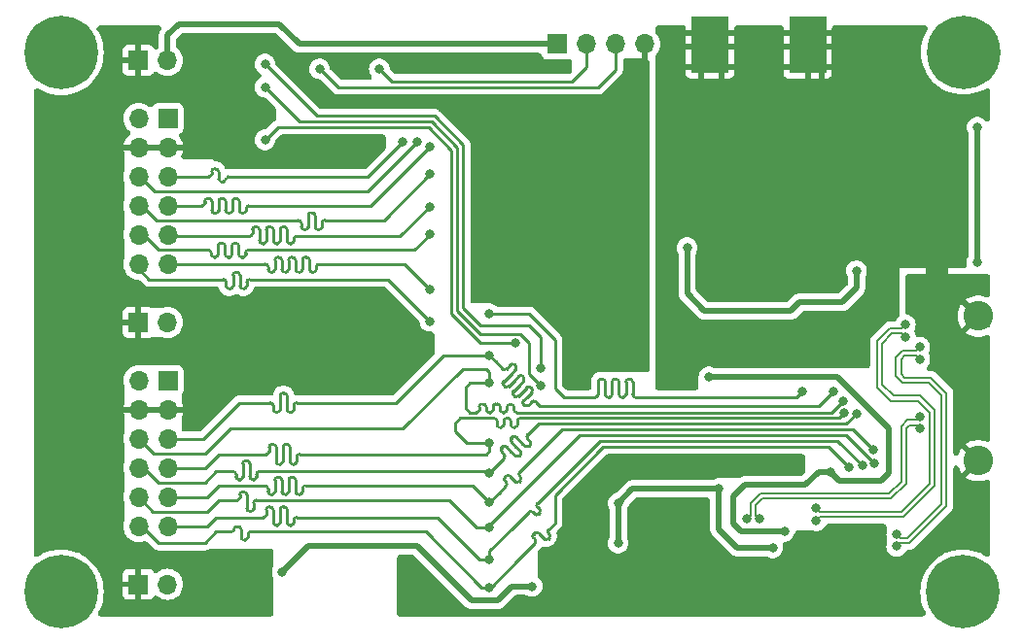
<source format=gbr>
%TF.GenerationSoftware,KiCad,Pcbnew,8.0.2*%
%TF.CreationDate,2024-05-26T23:16:47+07:00*%
%TF.ProjectId,FT600_RP2040,46543630-305f-4525-9032-3034302e6b69,rev?*%
%TF.SameCoordinates,PX7735940PY61c06a0*%
%TF.FileFunction,Copper,L2,Bot*%
%TF.FilePolarity,Positive*%
%FSLAX46Y46*%
G04 Gerber Fmt 4.6, Leading zero omitted, Abs format (unit mm)*
G04 Created by KiCad (PCBNEW 8.0.2) date 2024-05-26 23:16:47*
%MOMM*%
%LPD*%
G01*
G04 APERTURE LIST*
%TA.AperFunction,EtchedComponent*%
%ADD10C,0.000000*%
%TD*%
%TA.AperFunction,SMDPad,CuDef*%
%ADD11C,2.000000*%
%TD*%
%TA.AperFunction,ComponentPad*%
%ADD12C,2.580000*%
%TD*%
%TA.AperFunction,ComponentPad*%
%ADD13C,0.800000*%
%TD*%
%TA.AperFunction,ComponentPad*%
%ADD14C,6.400000*%
%TD*%
%TA.AperFunction,ComponentPad*%
%ADD15R,1.700000X1.700000*%
%TD*%
%TA.AperFunction,ComponentPad*%
%ADD16O,1.700000X1.700000*%
%TD*%
%TA.AperFunction,SMDPad,CuDef*%
%ADD17R,3.200000X4.900000*%
%TD*%
%TA.AperFunction,ViaPad*%
%ADD18C,0.800000*%
%TD*%
%TA.AperFunction,Conductor*%
%ADD19C,0.500000*%
%TD*%
%TA.AperFunction,Conductor*%
%ADD20C,0.250000*%
%TD*%
%TA.AperFunction,Conductor*%
%ADD21C,0.200000*%
%TD*%
G04 APERTURE END LIST*
D10*
%TA.AperFunction,EtchedComponent*%
%TO.C,NT1*%
G36*
X80750000Y29500000D02*
G01*
X78750000Y29500000D01*
X78750000Y33500000D01*
X80750000Y33500000D01*
X80750000Y29500000D01*
G37*
%TD.AperFunction*%
%TD*%
D11*
%TO.P,NT1,1,1*%
%TO.N,GNDD*%
X79750000Y29500000D03*
%TO.P,NT1,2,2*%
%TO.N,GNDA*%
X79750000Y33500000D03*
%TD*%
D12*
%TO.P,J8,MH1,MH1*%
%TO.N,GNDD*%
X83350000Y14950000D03*
%TO.P,J8,MH2,MH2*%
X83350000Y27550000D03*
%TD*%
D13*
%TO.P,REF\u002A\u002A,1*%
%TO.N,N/C*%
X1100000Y3500000D03*
X1802944Y5197056D03*
X1802944Y1802944D03*
X3500000Y5900000D03*
D14*
X3500000Y3500000D03*
D13*
X3500000Y1100000D03*
X5197056Y5197056D03*
X5197056Y1802944D03*
X5900000Y3500000D03*
%TD*%
D15*
%TO.P,J4,1,Pin_1*%
%TO.N,GNDD*%
X10225000Y49830000D03*
D16*
%TO.P,J4,2,Pin_2*%
%TO.N,+5V*%
X12765000Y49830000D03*
%TD*%
D15*
%TO.P,J3,1,1*%
%TO.N,+3.3V*%
X12790000Y21920000D03*
D16*
%TO.P,J3,2,2*%
X10250000Y21920000D03*
%TO.P,J3,3,3*%
%TO.N,GNDD*%
X12790000Y19380000D03*
%TO.P,J3,4,4*%
X10250000Y19380000D03*
%TO.P,J3,5,5*%
%TO.N,DATA_7*%
X12790000Y16840000D03*
%TO.P,J3,6,6*%
%TO.N,DATA_6*%
X10250000Y16840000D03*
%TO.P,J3,7,7*%
%TO.N,DATA_5*%
X12790000Y14300000D03*
%TO.P,J3,8,8*%
%TO.N,DATA_4*%
X10250000Y14300000D03*
%TO.P,J3,9,9*%
%TO.N,DATA_3*%
X12790000Y11760000D03*
%TO.P,J3,10,10*%
%TO.N,DATA_2*%
X10250000Y11760000D03*
%TO.P,J3,11,11*%
%TO.N,DATA_1*%
X12790000Y9220000D03*
%TO.P,J3,12,12*%
%TO.N,DATA_0*%
X10250000Y9220000D03*
%TD*%
D13*
%TO.P,REF\u002A\u002A,1*%
%TO.N,N/C*%
X79652944Y50552944D03*
X80355888Y52250000D03*
X80355888Y48855888D03*
X82052944Y52952944D03*
D14*
X82052944Y50552944D03*
D13*
X82052944Y48152944D03*
X83750000Y52250000D03*
X83750000Y48855888D03*
X84452944Y50552944D03*
%TD*%
D17*
%TO.P,J7,2,Ext*%
%TO.N,GNDA*%
X68500000Y51175000D03*
X60000000Y51175000D03*
%TD*%
D13*
%TO.P,REF\u002A\u002A,1*%
%TO.N,N/C*%
X1100000Y50500000D03*
X1802944Y52197056D03*
X1802944Y48802944D03*
X3500000Y52900000D03*
D14*
X3500000Y50500000D03*
D13*
X3500000Y48100000D03*
X5197056Y52197056D03*
X5197056Y48802944D03*
X5900000Y50500000D03*
%TD*%
%TO.P,REF\u002A\u002A,1*%
%TO.N,N/C*%
X79600000Y3500000D03*
X80302944Y5197056D03*
X80302944Y1802944D03*
X82000000Y5900000D03*
D14*
X82000000Y3500000D03*
D13*
X82000000Y1100000D03*
X83697056Y5197056D03*
X83697056Y1802944D03*
X84400000Y3500000D03*
%TD*%
D15*
%TO.P,J5,1,1*%
%TO.N,+3.3V*%
X12790000Y44780000D03*
D16*
%TO.P,J5,2,2*%
X10250000Y44780000D03*
%TO.P,J5,3,3*%
%TO.N,GNDD*%
X12790000Y42240000D03*
%TO.P,J5,4,4*%
X10250000Y42240000D03*
%TO.P,J5,5,5*%
%TO.N,BE_0*%
X12790000Y39700000D03*
%TO.P,J5,6,6*%
%TO.N,BE_1*%
X10250000Y39700000D03*
%TO.P,J5,7,7*%
%TO.N,TXE_N*%
X12790000Y37160000D03*
%TO.P,J5,8,8*%
%TO.N,RXF_N*%
X10250000Y37160000D03*
%TO.P,J5,9,9*%
%TO.N,WR_N*%
X12790000Y34620000D03*
%TO.P,J5,10,10*%
%TO.N,RD_N*%
X10250000Y34620000D03*
%TO.P,J5,11,11*%
%TO.N,OE_N*%
X12790000Y32080000D03*
%TO.P,J5,12,12*%
%TO.N,CLK*%
X10250000Y32080000D03*
%TD*%
D15*
%TO.P,J6,1,Pin_1*%
%TO.N,GNDD*%
X10225000Y4170000D03*
D16*
%TO.P,J6,2,Pin_2*%
%TO.N,+5V*%
X12765000Y4170000D03*
%TD*%
D15*
%TO.P,J1,1,Pin_1*%
%TO.N,+5V*%
X46700000Y51250000D03*
D16*
%TO.P,J1,2,Pin_2*%
%TO.N,SWCLK*%
X49240000Y51250000D03*
%TO.P,J1,3,Pin_3*%
%TO.N,SWDIO*%
X51780000Y51250000D03*
%TO.P,J1,4,Pin_4*%
%TO.N,GNDD*%
X54320000Y51250000D03*
%TD*%
D15*
%TO.P,J2,1,Pin_1*%
%TO.N,GNDD*%
X10225000Y27000000D03*
D16*
%TO.P,J2,2,Pin_2*%
%TO.N,+5V*%
X12765000Y27000000D03*
%TD*%
D18*
%TO.N,GNDD*%
X29000000Y40750000D03*
%TO.N,GNDA*%
X57500000Y48000000D03*
X62750000Y51000000D03*
X56500000Y49500000D03*
X56500000Y51000000D03*
X70750000Y47500000D03*
X71250000Y49250000D03*
X71250000Y51000000D03*
X71250000Y52250000D03*
X58750000Y37500000D03*
%TO.N,GNDD*%
X53000000Y31500000D03*
X53000000Y35250000D03*
X53000000Y38750000D03*
X50750000Y35250000D03*
X50750000Y38750000D03*
X50750000Y41500000D03*
%TO.N,GNDA*%
X62750000Y49500000D03*
X62750000Y52250000D03*
X65750000Y49500000D03*
X65750000Y52250000D03*
X74000000Y52250000D03*
X77750000Y52250000D03*
X70750000Y38000000D03*
X72250000Y38000000D03*
X56500000Y52400000D03*
X55750000Y47500000D03*
X55750000Y45500000D03*
X55750000Y43500000D03*
X55750000Y41500000D03*
X55750000Y37500000D03*
%TO.N,GNDD*%
X54000000Y46000000D03*
X54000000Y48500000D03*
X54000000Y43000000D03*
X52500000Y44250000D03*
X50750000Y46000000D03*
X77750000Y28250000D03*
X77750000Y30250000D03*
X81000000Y22500000D03*
X25500000Y41250000D03*
X26750000Y42750000D03*
X31500000Y29500000D03*
X32250000Y25750000D03*
X28250000Y25750000D03*
X24250000Y25750000D03*
X28250000Y29500000D03*
X32250000Y21250000D03*
X28250000Y21250000D03*
X24250000Y21250000D03*
X24250000Y29500000D03*
X35500000Y4500000D03*
X33250000Y6000000D03*
%TO.N,+3.3V*%
X60750000Y12500000D03*
X44500000Y4000000D03*
X22750000Y5250000D03*
X72750000Y31500000D03*
X83250000Y44000000D03*
X52000000Y11250000D03*
X58000000Y33500000D03*
X83250000Y32250000D03*
X52000000Y7750000D03*
X65450000Y7350000D03*
%TO.N,DATA_5*%
X40800000Y16500000D03*
X71675000Y19100000D03*
%TO.N,BE_0*%
X33250000Y42750000D03*
%TO.N,DATA_4*%
X72750000Y19050000D03*
X40800000Y13900000D03*
%TO.N,BE_1*%
X34500000Y42750000D03*
%TO.N,Net-(IC2-AVDD)*%
X70500000Y13975000D03*
X66475000Y8775000D03*
X59900000Y22250000D03*
%TO.N,SSRX-*%
X69250000Y9725000D03*
X77000000Y25735000D03*
%TO.N,TXE_N*%
X35600000Y42300000D03*
%TO.N,SWCLK*%
X31200000Y49100000D03*
%TO.N,SWDIO*%
X26000000Y49100000D03*
%TO.N,GPIO0*%
X45250000Y21500000D03*
X21250000Y47500000D03*
%TO.N,CLK*%
X40750000Y27750000D03*
X35600000Y27100000D03*
X68050000Y20975000D03*
%TO.N,DATA_2*%
X40800000Y9100000D03*
X74300000Y14700000D03*
%TO.N,DATA_7*%
X70750000Y21000000D03*
X40800000Y24100000D03*
%TO.N,~{RESET_N}*%
X43050000Y25225000D03*
X21250000Y42900000D03*
%TO.N,D-*%
X78300000Y17735000D03*
X64275000Y9875000D03*
%TO.N,GPIO1*%
X45250000Y23000000D03*
X21250000Y49500000D03*
%TO.N,RXF_N*%
X35600000Y39900000D03*
%TO.N,D+*%
X63225000Y9875000D03*
X78300000Y18785000D03*
%TO.N,WR_N*%
X35600000Y37100000D03*
%TO.N,DATA_6*%
X40800000Y21700000D03*
X71550000Y20150000D03*
%TO.N,DATA_3*%
X40800000Y11300000D03*
X74200000Y15900000D03*
%TO.N,DATA_0*%
X40800000Y3900000D03*
X72125000Y14375000D03*
%TO.N,SSRX+*%
X69250000Y10775000D03*
X77000000Y26785000D03*
%TO.N,GNDD*%
X28500000Y49500000D03*
X78750000Y6825000D03*
X35500000Y25500000D03*
X52800000Y4100000D03*
X21750000Y45250000D03*
X46750000Y7000000D03*
X35500000Y2000000D03*
X50400000Y14350000D03*
X8000000Y8500000D03*
X30250000Y46250000D03*
X41750000Y32500000D03*
X64750000Y14500000D03*
X33250000Y2000000D03*
X26250000Y46750000D03*
X54000000Y6250000D03*
X54000000Y7750000D03*
X47950000Y11600000D03*
X64000000Y4100000D03*
X8250000Y30500000D03*
X63250000Y14500000D03*
X28250000Y46250000D03*
X48000000Y21750000D03*
X50750000Y31500000D03*
X15750000Y42750000D03*
X45500000Y5750000D03*
X42250000Y45000000D03*
X47500000Y49250000D03*
X50425000Y11550000D03*
X31250000Y42750000D03*
X66250000Y14500000D03*
X30250000Y42000000D03*
%TO.N,GNDA*%
X68525000Y47475000D03*
X78500000Y44000000D03*
X64125000Y32875000D03*
X62250000Y39000000D03*
X68750000Y46000000D03*
X62250000Y41500000D03*
X81000000Y44000000D03*
X76250000Y33000000D03*
X60775000Y38925000D03*
X62125000Y32875000D03*
X65250000Y29250000D03*
X69750000Y34000000D03*
X56250000Y31500000D03*
X68975000Y37975000D03*
X62250000Y43500000D03*
X71500000Y44500000D03*
X78500000Y33000000D03*
X70750000Y31250000D03*
X64100000Y23625000D03*
X81000000Y33000000D03*
X76250000Y44050000D03*
X62250000Y45500000D03*
X59250000Y31500000D03*
X62250000Y47500000D03*
X68750000Y44500000D03*
%TO.N,RD_N*%
X35600000Y34700000D03*
%TO.N,DATA_1*%
X73250000Y14500000D03*
X40800000Y6300000D03*
%TO.N,OE_N*%
X35600000Y29900000D03*
%TO.N,SSTX-*%
X76250000Y7475000D03*
X78250000Y23785000D03*
%TO.N,SSTX+*%
X78250000Y24835000D03*
X76250000Y8525000D03*
%TD*%
D19*
%TO.N,GNDA*%
X69750000Y49000000D02*
X69750000Y47400000D01*
X68500000Y49000000D02*
X68500000Y47400000D01*
X71000000Y52250000D02*
X69400000Y52250000D01*
X71000000Y51000000D02*
X69400000Y51000000D01*
X71250000Y49250000D02*
X69650000Y49250000D01*
X67550000Y49250000D02*
X65950000Y49250000D01*
X67550000Y51000000D02*
X65950000Y51000000D01*
X67550000Y52250000D02*
X65950000Y52250000D01*
X61000000Y47700000D02*
X61000000Y49300000D01*
X59250000Y47700000D02*
X59250000Y49300000D01*
X61200000Y52250000D02*
X62800000Y52250000D01*
X61200000Y51000000D02*
X62800000Y51000000D01*
X60950000Y49250000D02*
X62550000Y49250000D01*
X57434989Y49250000D02*
X59034989Y49250000D01*
X57434989Y51053738D02*
X59034989Y51053738D01*
X57450000Y52250000D02*
X59050000Y52250000D01*
%TO.N,+3.3V*%
X39250000Y2750000D02*
X41500000Y2750000D01*
X34500000Y7500000D02*
X39250000Y2750000D01*
X41500000Y2750000D02*
X42750000Y4000000D01*
X25000000Y7500000D02*
X34500000Y7500000D01*
X42750000Y4000000D02*
X44500000Y4000000D01*
X22750000Y5250000D02*
X25000000Y7500000D01*
D20*
%TO.N,DATA_7*%
X19000000Y20000000D02*
X15840000Y16840000D01*
X22320000Y19157175D02*
X22200000Y19157175D01*
X21720000Y20000000D02*
X21600000Y20000000D01*
X22560000Y19760000D02*
X22560000Y19397175D01*
X22560000Y20000000D02*
X22560000Y19760000D01*
X36750000Y24100000D02*
X32650000Y20000000D01*
X22560000Y20602802D02*
X22560000Y20000000D01*
X22920000Y20842802D02*
X22800000Y20842802D01*
X23160000Y19397175D02*
X23160000Y19760000D01*
X23520000Y19157175D02*
X23400000Y19157175D01*
X23160000Y20000000D02*
X23160000Y20602802D01*
X23160000Y19760000D02*
X23160000Y20000000D01*
X20000000Y20000000D02*
X19000000Y20000000D01*
X32650000Y20000000D02*
X24000000Y20000000D01*
X23760000Y19760000D02*
X23760000Y19397175D01*
X40800000Y24100000D02*
X36750000Y24100000D01*
X21600000Y20000000D02*
X20000000Y20000000D01*
X21960000Y19397175D02*
X21960000Y19760000D01*
X15840000Y16840000D02*
X12790000Y16840000D01*
X21960000Y19760000D02*
G75*
G03*
X21720000Y20000000I-240000J0D01*
G01*
X23760000Y19397175D02*
G75*
G02*
X23520000Y19157200I-240000J25D01*
G01*
X23400000Y19157175D02*
G75*
G02*
X23159975Y19397175I0J240025D01*
G01*
X23160000Y20602802D02*
G75*
G03*
X22920000Y20842800I-240000J-2D01*
G01*
X22800000Y20842802D02*
G75*
G03*
X22559998Y20602802I0J-240002D01*
G01*
X22200000Y19157175D02*
G75*
G02*
X21959975Y19397175I0J240025D01*
G01*
X24000000Y20000000D02*
G75*
G03*
X23760000Y19760000I0J-240000D01*
G01*
X22560000Y19397175D02*
G75*
G02*
X22320000Y19157200I-240000J25D01*
G01*
%TO.N,DATA_5*%
X21250000Y15500000D02*
X20250000Y15500000D01*
X22210000Y15500000D02*
X22210000Y15740000D01*
X23410000Y15500000D02*
X23410000Y16128597D01*
X22810000Y15500000D02*
X22810000Y14871403D01*
X23410000Y15260000D02*
X23410000Y15500000D01*
X23410000Y14871403D02*
X23410000Y15260000D01*
X40800000Y15800000D02*
X40500000Y15500000D01*
X16050000Y14300000D02*
X12790000Y14300000D01*
X24010000Y15260000D02*
X24010000Y14871403D01*
X20250000Y15500000D02*
X17250000Y15500000D01*
X17250000Y15500000D02*
X16050000Y14300000D01*
X21610000Y16128597D02*
X21610000Y15740000D01*
X23170000Y16368597D02*
X23050000Y16368597D01*
X23770000Y14631403D02*
X23650000Y14631403D01*
X21970000Y16368597D02*
X21850000Y16368597D01*
X22210000Y15740000D02*
X22210000Y16128597D01*
X22810000Y16128597D02*
X22810000Y15500000D01*
X40500000Y15500000D02*
X24250000Y15500000D01*
X22210000Y14871403D02*
X22210000Y15500000D01*
X21370000Y15500000D02*
X21250000Y15500000D01*
X40800000Y16500000D02*
X40800000Y15800000D01*
X22570000Y14631403D02*
X22450000Y14631403D01*
X21850000Y16368597D02*
G75*
G03*
X21610003Y16128597I0J-239997D01*
G01*
X24250000Y15500000D02*
G75*
G03*
X24010000Y15260000I0J-240000D01*
G01*
X21610000Y15740000D02*
G75*
G02*
X21370000Y15500000I-240000J0D01*
G01*
X22210000Y16128597D02*
G75*
G03*
X21970000Y16368600I-240000J3D01*
G01*
X22450000Y14631403D02*
G75*
G02*
X22210003Y14871403I0J239997D01*
G01*
X23650000Y14631403D02*
G75*
G02*
X23410003Y14871403I0J239997D01*
G01*
X22810000Y14871403D02*
G75*
G02*
X22570000Y14631400I-240000J-3D01*
G01*
X23410000Y16128597D02*
G75*
G03*
X23170000Y16368600I-240000J3D01*
G01*
X23050000Y16368597D02*
G75*
G03*
X22810003Y16128597I0J-239997D01*
G01*
X24010000Y14871403D02*
G75*
G02*
X23770000Y14631400I-240000J-3D01*
G01*
%TO.N,DATA_3*%
X23550000Y13496546D02*
G75*
G03*
X23309954Y13256546I0J-240046D01*
G01*
X23910000Y13256546D02*
G75*
G03*
X23670000Y13496500I-240000J-46D01*
G01*
X24510000Y12243454D02*
G75*
G02*
X24270000Y12003500I-240000J46D01*
G01*
X21750000Y12003454D02*
G75*
G02*
X21509954Y12243454I0J240046D01*
G01*
X22710000Y13256550D02*
G75*
G03*
X22470000Y13496600I-240000J50D01*
G01*
X24150000Y12003454D02*
G75*
G02*
X23909954Y12243454I0J240046D01*
G01*
X21510000Y12510000D02*
G75*
G03*
X21270000Y12750000I-240000J0D01*
G01*
X22110000Y12243454D02*
G75*
G02*
X21870000Y12003500I-240000J46D01*
G01*
X22350000Y13496550D02*
G75*
G03*
X22110050Y13256550I0J-239950D01*
G01*
X24750000Y12750000D02*
G75*
G03*
X24510000Y12510000I0J-240000D01*
G01*
X22950000Y12003452D02*
G75*
G02*
X22709952Y12243452I0J240048D01*
G01*
X23310000Y12243452D02*
G75*
G02*
X23070000Y12003500I-240000J48D01*
G01*
X16250000Y11760000D02*
X12790000Y11760000D01*
X17240000Y12750000D02*
X16250000Y11760000D01*
X20500000Y12750000D02*
X17240000Y12750000D01*
X21150000Y12750000D02*
X20500000Y12750000D01*
X23910000Y12750000D02*
X23910000Y13256546D01*
X22110000Y13256550D02*
X22110000Y12750000D01*
X22470000Y13496550D02*
X22350000Y13496550D01*
X22710000Y12243452D02*
X22710000Y12750000D01*
X21270000Y12750000D02*
X21150000Y12750000D01*
X23910000Y12510000D02*
X23910000Y12750000D01*
X23310000Y12750000D02*
X23310000Y12243452D01*
X23310000Y13256546D02*
X23310000Y12750000D01*
X22110000Y12750000D02*
X22110000Y12510000D01*
X23070000Y12003452D02*
X22950000Y12003452D01*
X23910000Y12243454D02*
X23910000Y12510000D01*
X24270000Y12003454D02*
X24150000Y12003454D01*
X24510000Y12510000D02*
X24510000Y12243454D01*
X39350000Y12750000D02*
X24750000Y12750000D01*
X40800000Y11300000D02*
X39350000Y12750000D01*
X21510000Y12243454D02*
X21510000Y12510000D01*
X22710000Y12750000D02*
X22710000Y13256550D01*
X21870000Y12003454D02*
X21750000Y12003454D01*
X22110000Y12510000D02*
X22110000Y12243454D01*
X23670000Y13496546D02*
X23550000Y13496546D01*
%TO.N,DATA_4*%
X20150000Y13309785D02*
G75*
G02*
X19909985Y13549785I0J240015D01*
G01*
X19550000Y14940215D02*
G75*
G03*
X19309985Y14700215I0J-240015D01*
G01*
X18710000Y13760000D02*
G75*
G03*
X18470000Y14000000I-240000J0D01*
G01*
X20750000Y14000000D02*
G75*
G03*
X20510000Y13760000I0J-240000D01*
G01*
X19310000Y13549785D02*
G75*
G02*
X19070000Y13309800I-240000J15D01*
G01*
X18950000Y13309785D02*
G75*
G02*
X18709985Y13549785I0J240015D01*
G01*
X20510000Y13549785D02*
G75*
G02*
X20270000Y13309800I-240000J15D01*
G01*
X19910000Y14700215D02*
G75*
G03*
X19670000Y14940200I-240000J-15D01*
G01*
X19910000Y14000000D02*
X19910000Y14700215D01*
X20510000Y13760000D02*
X20510000Y13549785D01*
X11950000Y13050000D02*
X10700000Y14300000D01*
X18470000Y14000000D02*
X18350000Y14000000D01*
X10700000Y14300000D02*
X10250000Y14300000D01*
X19310000Y13760000D02*
X19310000Y13549785D01*
X16050000Y13050000D02*
X11950000Y13050000D01*
X19310000Y14700215D02*
X19310000Y14000000D01*
X40700000Y14000000D02*
X20750000Y14000000D01*
X20270000Y13309785D02*
X20150000Y13309785D01*
X19070000Y13309785D02*
X18950000Y13309785D01*
X18350000Y14000000D02*
X17500000Y14000000D01*
X40800000Y13900000D02*
X40700000Y14000000D01*
X18710000Y13549785D02*
X18710000Y13760000D01*
X17500000Y14000000D02*
X17000000Y14000000D01*
X19910000Y13549785D02*
X19910000Y13760000D01*
X17000000Y14000000D02*
X16050000Y13050000D01*
X19310000Y14000000D02*
X19310000Y13760000D01*
X19910000Y13760000D02*
X19910000Y14000000D01*
X19670000Y14940215D02*
X19550000Y14940215D01*
%TO.N,DATA_1*%
X22560000Y9563198D02*
G75*
G02*
X22320000Y9323200I-240000J2D01*
G01*
X21960000Y10686802D02*
G75*
G03*
X21720000Y10926800I-240000J-2D01*
G01*
X22200000Y9323198D02*
G75*
G02*
X21959998Y9563198I0J240002D01*
G01*
X23760000Y9563198D02*
G75*
G02*
X23520000Y9323200I-240000J2D01*
G01*
X23400000Y9323198D02*
G75*
G02*
X23159998Y9563198I0J240002D01*
G01*
X21600000Y10926802D02*
G75*
G03*
X21359998Y10686802I0J-240002D01*
G01*
X24000000Y10000000D02*
G75*
G03*
X23760000Y9760000I0J-240000D01*
G01*
X22800000Y10926802D02*
G75*
G03*
X22559998Y10686802I0J-240002D01*
G01*
X23160000Y10686802D02*
G75*
G03*
X22920000Y10926800I-240000J-2D01*
G01*
X21360000Y10240000D02*
G75*
G02*
X21120000Y10000000I-240000J0D01*
G01*
X22920000Y10926802D02*
X22800000Y10926802D01*
X23160000Y9563198D02*
X23160000Y9760000D01*
X21360000Y10686802D02*
X21360000Y10240000D01*
X22320000Y9323198D02*
X22200000Y9323198D01*
X22560000Y10686802D02*
X22560000Y10000000D01*
X23760000Y9760000D02*
X23760000Y9563198D01*
X39950000Y6300000D02*
X36250000Y10000000D01*
X40800000Y6300000D02*
X39950000Y6300000D01*
X21960000Y10240000D02*
X21960000Y10686802D01*
X21960000Y9563198D02*
X21960000Y10000000D01*
X16220000Y9220000D02*
X12790000Y9220000D01*
X21000000Y10000000D02*
X20250000Y10000000D01*
X23160000Y10000000D02*
X23160000Y10686802D01*
X22560000Y10000000D02*
X22560000Y9563198D01*
X17000000Y10000000D02*
X16220000Y9220000D01*
X21720000Y10926802D02*
X21600000Y10926802D01*
X21960000Y10000000D02*
X21960000Y10240000D01*
X20250000Y10000000D02*
X17000000Y10000000D01*
X23160000Y9760000D02*
X23160000Y10000000D01*
X21120000Y10000000D02*
X21000000Y10000000D01*
X23520000Y9323198D02*
X23400000Y9323198D01*
X36250000Y10000000D02*
X24000000Y10000000D01*
%TO.N,DATA_2*%
X19060000Y11740000D02*
G75*
G02*
X18820000Y11500000I-240000J0D01*
G01*
X19660000Y11981221D02*
G75*
G03*
X19420000Y12221200I-240000J-21D01*
G01*
X20500000Y11500000D02*
G75*
G03*
X20260000Y11260000I0J-240000D01*
G01*
X20260000Y10768772D02*
G75*
G02*
X20020000Y10528800I-240000J28D01*
G01*
X19300000Y12221221D02*
G75*
G03*
X19059979Y11981221I0J-240021D01*
G01*
X19900000Y10528772D02*
G75*
G02*
X19659972Y10768772I0J240028D01*
G01*
X19420000Y12221221D02*
X19300000Y12221221D01*
X10250000Y11750000D02*
X10250000Y11760000D01*
X11500000Y10500000D02*
X10250000Y11750000D01*
X19060000Y11981221D02*
X19060000Y11740000D01*
X19660000Y11260000D02*
X19660000Y11981221D01*
X16250000Y10500000D02*
X11500000Y10500000D01*
X17250000Y11500000D02*
X16250000Y10500000D01*
X37250000Y11500000D02*
X20500000Y11500000D01*
X18000000Y11500000D02*
X17250000Y11500000D01*
X19660000Y10768772D02*
X19660000Y11260000D01*
X40800000Y9100000D02*
X39650000Y9100000D01*
X18820000Y11500000D02*
X18700000Y11500000D01*
X39650000Y9100000D02*
X37250000Y11500000D01*
X20020000Y10528772D02*
X19900000Y10528772D01*
X18700000Y11500000D02*
X18000000Y11500000D01*
X20260000Y11260000D02*
X20260000Y10768772D01*
%TO.N,DATA_0*%
X19760000Y8278874D02*
G75*
G02*
X19520000Y8038900I-240000J26D01*
G01*
X19400000Y8038874D02*
G75*
G02*
X19159974Y8278874I0J240026D01*
G01*
X18786089Y9202178D02*
G75*
G03*
X18560022Y8976089I11J-226078D01*
G01*
X19160000Y8976089D02*
G75*
G03*
X18933911Y9202200I-226100J11D01*
G01*
X18560000Y8976089D02*
G75*
G02*
X18333911Y8750000I-226100J11D01*
G01*
X20000000Y8750000D02*
G75*
G03*
X19760000Y8510000I0J-240000D01*
G01*
X17500000Y8750000D02*
X17000000Y8750000D01*
X19160000Y8278874D02*
X19160000Y8510000D01*
X19760000Y8510000D02*
X19760000Y8278874D01*
X35250000Y8750000D02*
X20000000Y8750000D01*
X40800000Y3900000D02*
X40100000Y3900000D01*
X18200000Y8750000D02*
X17500000Y8750000D01*
X18933911Y9202178D02*
X18786089Y9202178D01*
X10530000Y9220000D02*
X10250000Y9220000D01*
X18333911Y8750000D02*
X18200000Y8750000D01*
X19520000Y8038874D02*
X19400000Y8038874D01*
X16000000Y7750000D02*
X12000000Y7750000D01*
X17000000Y8750000D02*
X16000000Y7750000D01*
X40100000Y3900000D02*
X35250000Y8750000D01*
X12000000Y7750000D02*
X10530000Y9220000D01*
X19160000Y8510000D02*
X19160000Y8750000D01*
X19160000Y8750000D02*
X19160000Y8976089D01*
%TO.N,DATA_6*%
X40800000Y22700000D02*
X40800000Y21700000D01*
X38450000Y22950000D02*
X40550000Y22950000D01*
X40550000Y22950000D02*
X40800000Y22700000D01*
X33250000Y17750000D02*
X38450000Y22950000D01*
X16050000Y15550000D02*
X18250000Y17750000D01*
X11540000Y15550000D02*
X16050000Y15550000D01*
X18250000Y17750000D02*
X33250000Y17750000D01*
X10250000Y16840000D02*
X11540000Y15550000D01*
D19*
%TO.N,+3.3V*%
X67750000Y28750000D02*
X71500000Y28750000D01*
X72750000Y30000000D02*
X72750000Y31500000D01*
X60750000Y8975000D02*
X62375000Y7350000D01*
X83250000Y37425000D02*
X83250000Y32250000D01*
X67000000Y28000000D02*
X67750000Y28750000D01*
X59500000Y28000000D02*
X67000000Y28000000D01*
X83250000Y38000000D02*
X83250000Y37425000D01*
X83250000Y44000000D02*
X83250000Y39325000D01*
X52000000Y7750000D02*
X52000000Y11250000D01*
X60750000Y12500000D02*
X60750000Y8975000D01*
X71500000Y28750000D02*
X72750000Y30000000D01*
X83250000Y39025000D02*
X83250000Y39325000D01*
X62375000Y7350000D02*
X64625000Y7350000D01*
X52000000Y11250000D02*
X53250000Y12500000D01*
X64625000Y7350000D02*
X65450000Y7350000D01*
X83250000Y39325000D02*
X83250000Y38000000D01*
X53250000Y12500000D02*
X60750000Y12500000D01*
X58000000Y29500000D02*
X59500000Y28000000D01*
X58000000Y33500000D02*
X58000000Y29500000D01*
D20*
%TO.N,DATA_5*%
X41796505Y17855721D02*
X41676505Y17855721D01*
X41196505Y18650000D02*
X41076505Y18650000D01*
X42636505Y18095721D02*
X42636505Y18410000D01*
X37800000Y17500000D02*
X38800000Y16500000D01*
X42996505Y17855721D02*
X42876505Y17855721D01*
X39764856Y18650000D02*
X38250000Y18650000D01*
X42036505Y18410000D02*
X42036505Y18095721D01*
X41076505Y18650000D02*
X39764856Y18650000D01*
X43236505Y18410000D02*
X43236505Y18095721D01*
X71675000Y19100000D02*
X71225000Y18650000D01*
X37800000Y18200000D02*
X37800000Y17500000D01*
X42396505Y18650000D02*
X42276505Y18650000D01*
X38250000Y18650000D02*
X37800000Y18200000D01*
X71225000Y18650000D02*
X43476505Y18650000D01*
X41436505Y18095721D02*
X41436505Y18410000D01*
X38800000Y16500000D02*
X40800000Y16500000D01*
X42636505Y18410000D02*
G75*
G03*
X42396505Y18650005I-240005J0D01*
G01*
X42036505Y18095721D02*
G75*
G02*
X41796505Y17855695I-240005J-21D01*
G01*
X42276505Y18650000D02*
G75*
G03*
X42036500Y18410000I-5J-240000D01*
G01*
X42876505Y17855721D02*
G75*
G02*
X42636521Y18095721I-5J239979D01*
G01*
X41676505Y17855721D02*
G75*
G02*
X41436521Y18095721I-5J239979D01*
G01*
X43236505Y18095721D02*
G75*
G02*
X42996505Y17855695I-240005J-21D01*
G01*
X43476505Y18650000D02*
G75*
G03*
X43236500Y18410000I-5J-240000D01*
G01*
X41436505Y18410000D02*
G75*
G03*
X41196505Y18650005I-240005J0D01*
G01*
%TO.N,BE_0*%
X16970000Y40388719D02*
X16850000Y40388719D01*
X16250000Y39700000D02*
X15300000Y39700000D01*
X17630874Y39280874D02*
X17419563Y39280874D01*
X17210000Y39490437D02*
X17210000Y39700000D01*
X17210000Y39940000D02*
X17210000Y40148719D01*
X16370000Y39700000D02*
X16250000Y39700000D01*
X16610000Y40148719D02*
X16610000Y39940000D01*
X30200000Y39700000D02*
X18050000Y39700000D01*
X17210000Y39700000D02*
X17210000Y39940000D01*
X15300000Y39700000D02*
X12790000Y39700000D01*
X33250000Y42750000D02*
X30200000Y39700000D01*
X17840437Y39490437D02*
G75*
G02*
X17630874Y39280863I-209537J-37D01*
G01*
X18050000Y39700000D02*
G75*
G03*
X17840400Y39490437I0J-209600D01*
G01*
X16610000Y39940000D02*
G75*
G02*
X16370000Y39700000I-240000J0D01*
G01*
X17210000Y40148719D02*
G75*
G03*
X16970000Y40388700I-240000J-19D01*
G01*
X16850000Y40388719D02*
G75*
G03*
X16609981Y40148719I0J-240019D01*
G01*
X17419563Y39280874D02*
G75*
G02*
X17210074Y39490437I37J209526D01*
G01*
D19*
%TO.N,+5V*%
X13750000Y53000000D02*
X12765000Y52015000D01*
X46700000Y51250000D02*
X24250000Y51250000D01*
X22500000Y53000000D02*
X13750000Y53000000D01*
X24250000Y51250000D02*
X22500000Y53000000D01*
X12765000Y52015000D02*
X12765000Y49830000D01*
D20*
%TO.N,DATA_4*%
X43088699Y16188699D02*
X43488387Y15789011D01*
X41468961Y14568961D02*
X40800000Y13900000D01*
X41840508Y15739834D02*
X42070464Y15509878D01*
X42773856Y17012658D02*
X42689003Y16927806D01*
X43088697Y16188700D02*
X43088699Y16188699D01*
X42070464Y15170466D02*
X41985612Y15085613D01*
X43682670Y16443256D02*
X43113268Y17012658D01*
X41925361Y16164098D02*
X41840508Y16079246D01*
X43064123Y15364747D02*
X42664436Y15764434D01*
X43912635Y16213291D02*
X43682670Y16443256D01*
X42664436Y15764434D02*
X42264772Y16164098D01*
X41985612Y15085613D02*
X41468961Y14568961D01*
X44336898Y16298143D02*
X44252047Y16213291D01*
X43488386Y15449599D02*
X43403535Y15364747D01*
X71850000Y18150000D02*
X45050000Y18150000D01*
X45050000Y18150000D02*
X44106933Y17206933D01*
X42689003Y16588394D02*
X43088697Y16188700D01*
X44106933Y16867521D02*
X44336899Y16637555D01*
X72750000Y19050000D02*
X71850000Y18150000D01*
X44252047Y16213291D02*
G75*
G02*
X43912635Y16213291I-169706J169701D01*
G01*
X42070464Y15509878D02*
G75*
G02*
X42070436Y15170494I-169664J-169678D01*
G01*
X44336899Y16637555D02*
G75*
G02*
X44336948Y16298094I-169699J-169755D01*
G01*
X41840508Y16079246D02*
G75*
G03*
X41840468Y15739794I169692J-169746D01*
G01*
X42689003Y16927806D02*
G75*
G03*
X42689003Y16588394I169697J-169706D01*
G01*
X43488387Y15789011D02*
G75*
G02*
X43488392Y15449593I-169687J-169711D01*
G01*
X43403535Y15364747D02*
G75*
G02*
X43064123Y15364747I-169706J169701D01*
G01*
X43113268Y17012658D02*
G75*
G03*
X42773856Y17012658I-169706J-169704D01*
G01*
X44106933Y17206933D02*
G75*
G03*
X44106906Y16867494I169667J-169733D01*
G01*
X42264772Y16164098D02*
G75*
G03*
X41925362Y16164098I-169705J-169703D01*
G01*
%TO.N,BE_1*%
X30200000Y38450000D02*
X11650000Y38450000D01*
X34500000Y42750000D02*
X30200000Y38450000D01*
X10400000Y39700000D02*
X10250000Y39700000D01*
X11650000Y38450000D02*
X10400000Y39700000D01*
D19*
%TO.N,Net-(IC2-AVDD)*%
X62725000Y8775000D02*
X66475000Y8775000D01*
X63025000Y12825000D02*
X62050000Y11850000D01*
X74900000Y13200000D02*
X71275000Y13200000D01*
X69425000Y13975000D02*
X68275000Y12825000D01*
X59900000Y22250000D02*
X71100000Y22250000D01*
X70500000Y13975000D02*
X69425000Y13975000D01*
X62050000Y9450000D02*
X62725000Y8775000D01*
X62050000Y11850000D02*
X62050000Y9450000D01*
X75550000Y13850000D02*
X74900000Y13200000D01*
X75550000Y17800000D02*
X75550000Y13850000D01*
X71100000Y22250000D02*
X75550000Y17800000D01*
X68275000Y12825000D02*
X63025000Y12825000D01*
X71275000Y13200000D02*
X70500000Y13975000D01*
D21*
%TO.N,SSRX-*%
X74975000Y21575000D02*
X74975000Y25156800D01*
X75853199Y26034999D02*
X76700001Y26034999D01*
X69250000Y9725000D02*
X69549999Y10024999D01*
X78300000Y20600000D02*
X75950000Y20600000D01*
X69549999Y10024999D02*
X76843199Y10024999D01*
X79550000Y12731800D02*
X79550000Y19350000D01*
X79550000Y19350000D02*
X78300000Y20600000D01*
X76843199Y10024999D02*
X79550000Y12731800D01*
X74975000Y25156800D02*
X75853199Y26034999D01*
X75950000Y20600000D02*
X74975000Y21575000D01*
X76700001Y26034999D02*
X77000000Y25735000D01*
D20*
%TO.N,TXE_N*%
X18770000Y37804744D02*
X18650000Y37804744D01*
X18170000Y36515256D02*
X18050000Y36515256D01*
X16970000Y36515253D02*
X16850000Y36515253D01*
X15770000Y37160000D02*
X15650000Y37160000D01*
X16370000Y37804751D02*
X16250000Y37804751D01*
X19370000Y36515256D02*
X19250000Y36515256D01*
X35600000Y42300000D02*
X30460000Y37160000D01*
X18410000Y37564744D02*
X18410000Y37160000D01*
X16610000Y37160000D02*
X16610000Y37400000D01*
X17570000Y37804744D02*
X17450000Y37804744D01*
X19010000Y36755256D02*
X19010000Y36920000D01*
X16610000Y36755253D02*
X16610000Y37160000D01*
X16610000Y37400000D02*
X16610000Y37564751D01*
X15650000Y37160000D02*
X14750000Y37160000D01*
X30460000Y37160000D02*
X19850000Y37160000D01*
X17810000Y37160000D02*
X17810000Y37564744D01*
X18410000Y37160000D02*
X18410000Y36755256D01*
X17810000Y36755256D02*
X17810000Y37160000D01*
X14750000Y37160000D02*
X12790000Y37160000D01*
X17210000Y37564744D02*
X17210000Y37160000D01*
X16010000Y37564751D02*
X16010000Y37400000D01*
X17210000Y37160000D02*
X17210000Y36755253D01*
X19010000Y36920000D02*
X19010000Y37160000D01*
X19610000Y36920000D02*
X19610000Y36755256D01*
X19010000Y37160000D02*
X19010000Y37564744D01*
X16010000Y37400000D02*
G75*
G02*
X15770000Y37160000I-240000J0D01*
G01*
X16250000Y37804751D02*
G75*
G03*
X16010049Y37564751I0J-239951D01*
G01*
X17210000Y36755253D02*
G75*
G02*
X16970000Y36515300I-240000J47D01*
G01*
X19010000Y37564744D02*
G75*
G03*
X18770000Y37804700I-240000J-44D01*
G01*
X18050000Y36515256D02*
G75*
G02*
X17809956Y36755256I0J240044D01*
G01*
X19610000Y36755256D02*
G75*
G02*
X19370000Y36515300I-240000J44D01*
G01*
X16610000Y37564751D02*
G75*
G03*
X16370000Y37804800I-240000J49D01*
G01*
X19850000Y37160000D02*
G75*
G03*
X19610000Y36920000I0J-240000D01*
G01*
X18410000Y36755256D02*
G75*
G02*
X18170000Y36515300I-240000J44D01*
G01*
X17810000Y37564744D02*
G75*
G03*
X17570000Y37804700I-240000J-44D01*
G01*
X18650000Y37804744D02*
G75*
G03*
X18409956Y37564744I0J-240044D01*
G01*
X19250000Y36515256D02*
G75*
G02*
X19009956Y36755256I0J240044D01*
G01*
X16850000Y36515253D02*
G75*
G02*
X16609953Y36755253I0J240047D01*
G01*
X17450000Y37804744D02*
G75*
G03*
X17209956Y37564744I0J-240044D01*
G01*
%TO.N,SWCLK*%
X31200000Y49100000D02*
X32300000Y48000000D01*
X48000000Y48000000D02*
X49240000Y49240000D01*
X32300000Y48000000D02*
X48000000Y48000000D01*
X49240000Y49240000D02*
X49240000Y51250000D01*
%TO.N,SWDIO*%
X27600000Y47500000D02*
X50250000Y47500000D01*
X51780000Y49030000D02*
X51780000Y51250000D01*
X26000000Y49100000D02*
X27600000Y47500000D01*
X50250000Y47500000D02*
X51780000Y49030000D01*
%TO.N,GPIO0*%
X40000000Y26000000D02*
X38000000Y28000000D01*
X35750000Y44500000D02*
X24250000Y44500000D01*
X44250000Y25250000D02*
X43500000Y26000000D01*
X45250000Y21500000D02*
X44250000Y22500000D01*
X38000000Y42250000D02*
X35750000Y44500000D01*
X43500000Y26000000D02*
X40000000Y26000000D01*
X24250000Y44500000D02*
X21250000Y47500000D01*
X38000000Y28000000D02*
X38000000Y42250000D01*
X44250000Y22500000D02*
X44250000Y25250000D01*
%TO.N,CLK*%
X46500000Y25500000D02*
X44250000Y27750000D01*
X53260000Y20715000D02*
X53260000Y21814251D01*
X50020000Y20475000D02*
X49900000Y20475000D01*
X51220000Y20475000D02*
X51100000Y20475000D01*
X67550000Y20475000D02*
X53500000Y20475000D01*
X50860000Y20715000D02*
X50860000Y21814251D01*
X11150000Y30750000D02*
X10250000Y31650000D01*
X47275000Y20475000D02*
X46500000Y21250000D01*
X17860000Y30177707D02*
X17860000Y30510000D01*
X52060000Y20715000D02*
X52060000Y21814276D01*
X48689926Y20475000D02*
X47275000Y20475000D01*
X10250000Y31650000D02*
X10250000Y32080000D01*
X15850000Y30750000D02*
X11150000Y30750000D01*
X18820000Y31362312D02*
X18700000Y31362312D01*
X51820000Y22054276D02*
X51700000Y22054276D01*
X44250000Y27750000D02*
X40750000Y27750000D01*
X50620000Y22054251D02*
X50500000Y22054251D01*
X18460000Y30750000D02*
X18460000Y30510000D01*
X51460000Y21814276D02*
X51460000Y20715000D01*
X17500000Y30750000D02*
X15850000Y30750000D01*
X19060000Y30750000D02*
X19060000Y31122312D01*
X18460000Y30510000D02*
X18460000Y30177707D01*
X18460000Y31122312D02*
X18460000Y30750000D01*
X18220000Y29937707D02*
X18100000Y29937707D01*
X68050000Y20975000D02*
X67550000Y20475000D01*
X19420000Y29937684D02*
X19300000Y29937684D01*
X52420000Y20475000D02*
X52300000Y20475000D01*
X19060000Y30177684D02*
X19060000Y30510000D01*
X50260000Y21814251D02*
X50260000Y20715000D01*
X19060000Y30510000D02*
X19060000Y30750000D01*
X53020000Y22054251D02*
X52900000Y22054251D01*
X31950000Y30750000D02*
X19900000Y30750000D01*
X19660000Y30510000D02*
X19660000Y30177684D01*
X35600000Y27100000D02*
X31950000Y30750000D01*
X49900000Y20475000D02*
X48689926Y20475000D01*
X17620000Y30750000D02*
X17500000Y30750000D01*
X52660000Y21814251D02*
X52660000Y20715000D01*
X46500000Y21250000D02*
X46500000Y25500000D01*
X19900000Y30750000D02*
G75*
G03*
X19660000Y30510000I0J-240000D01*
G01*
X19060000Y31122312D02*
G75*
G03*
X18820000Y31362300I-240000J-12D01*
G01*
X53260000Y21814251D02*
G75*
G03*
X53020000Y22054300I-240000J49D01*
G01*
X18700000Y31362312D02*
G75*
G03*
X18459988Y31122312I0J-240012D01*
G01*
X19300000Y29937684D02*
G75*
G02*
X19059984Y30177684I0J240016D01*
G01*
X51460000Y20715000D02*
G75*
G02*
X51220000Y20475000I-240000J0D01*
G01*
X52900000Y22054251D02*
G75*
G03*
X52660049Y21814251I0J-239951D01*
G01*
X53500000Y20475000D02*
G75*
G02*
X53260000Y20715000I0J240000D01*
G01*
X50260000Y20715000D02*
G75*
G02*
X50020000Y20475000I-240000J0D01*
G01*
X52300000Y20475000D02*
G75*
G02*
X52060000Y20715000I0J240000D01*
G01*
X52060000Y21814276D02*
G75*
G03*
X51820000Y22054300I-240000J24D01*
G01*
X52660000Y20715000D02*
G75*
G02*
X52420000Y20475000I-240000J0D01*
G01*
X50860000Y21814251D02*
G75*
G03*
X50620000Y22054300I-240000J49D01*
G01*
X17860000Y30510000D02*
G75*
G03*
X17620000Y30750000I-240000J0D01*
G01*
X19660000Y30177684D02*
G75*
G02*
X19420000Y29937700I-240000J16D01*
G01*
X51100000Y20475000D02*
G75*
G02*
X50860000Y20715000I0J240000D01*
G01*
X18100000Y29937707D02*
G75*
G02*
X17860007Y30177707I0J239993D01*
G01*
X50500000Y22054251D02*
G75*
G03*
X50260049Y21814251I0J-239951D01*
G01*
X51700000Y22054276D02*
G75*
G03*
X51460024Y21814276I0J-239976D01*
G01*
X18460000Y30177707D02*
G75*
G02*
X18220000Y29937700I-240000J-7D01*
G01*
%TO.N,DATA_2*%
X40800000Y9300000D02*
X40800000Y9100000D01*
X71850000Y17150000D02*
X48650000Y17150000D01*
X48650000Y17150000D02*
X40800000Y9300000D01*
X74300000Y14700000D02*
X71850000Y17150000D01*
%TO.N,DATA_7*%
X41339228Y23560772D02*
X40800000Y24100000D01*
X43326060Y22320513D02*
X42952773Y21947227D01*
X41934535Y22965464D02*
X41849684Y23050316D01*
X42528507Y22371493D02*
X42698212Y22541199D01*
X70750000Y21000000D02*
X69450000Y19700000D01*
X44225573Y20674427D02*
X44457487Y20906342D01*
X42098605Y21432469D02*
X42013749Y21517325D01*
X42013748Y21856737D02*
X42528506Y22371494D01*
X44055866Y20504722D02*
X44225572Y20674428D01*
X44033221Y21330608D02*
X43801306Y21098694D01*
X43801307Y21098693D02*
X43286552Y20583941D01*
X43746162Y20195019D02*
X44055866Y20504722D01*
X42618992Y23310508D02*
X42273947Y22965464D01*
X44457487Y21245753D02*
X44372632Y21330608D01*
X69450000Y19700000D02*
X45200000Y19700000D01*
X43750326Y22235658D02*
X43665471Y22320513D01*
X43377040Y21522960D02*
X43750326Y21896247D01*
X43043257Y23225655D02*
X42958404Y23310508D01*
X42698212Y22541199D02*
X43043257Y22886244D01*
X45200000Y19700000D02*
X44819546Y20080454D01*
X42952773Y21947227D02*
X42952774Y21947226D01*
X43831019Y19770751D02*
X43746163Y19855607D01*
X43801306Y21098694D02*
X43801307Y21098693D01*
X44225572Y20674428D02*
X44225573Y20674427D01*
X41849684Y23050316D02*
X41339228Y23560772D01*
X43377039Y21522961D02*
X43377040Y21522960D01*
X42952774Y21947226D02*
X42438015Y21432470D01*
X42947142Y20583940D02*
X42862286Y20668796D01*
X44480134Y20080454D02*
X44170429Y19770752D01*
X42528506Y22371494D02*
X42528507Y22371493D01*
X42862285Y21008208D02*
X43377039Y21522961D01*
X42862286Y20668796D02*
G75*
G02*
X42862288Y21008206I169714J169704D01*
G01*
X42958404Y23310508D02*
G75*
G03*
X42618992Y23310508I-169706J-169704D01*
G01*
X44170429Y19770752D02*
G75*
G02*
X43830996Y19770727I-169729J169748D01*
G01*
X42013749Y21517325D02*
G75*
G02*
X42013779Y21856706I169751J169675D01*
G01*
X43665471Y22320513D02*
G75*
G03*
X43326061Y22320513I-169705J-169703D01*
G01*
X44372632Y21330608D02*
G75*
G03*
X44033222Y21330608I-169705J-169703D01*
G01*
X43043257Y22886244D02*
G75*
G03*
X43043208Y23225605I-169657J169656D01*
G01*
X42273947Y22965464D02*
G75*
G02*
X41934535Y22965464I-169706J169704D01*
G01*
X43286552Y20583941D02*
G75*
G02*
X42947095Y20583893I-169752J169659D01*
G01*
X43746163Y19855607D02*
G75*
G02*
X43746175Y20195006I169737J169693D01*
G01*
X43750326Y21896247D02*
G75*
G03*
X43750374Y22235705I-169726J169753D01*
G01*
X42438015Y21432470D02*
G75*
G02*
X42098596Y21432459I-169715J169730D01*
G01*
X44457487Y20906342D02*
G75*
G03*
X44457440Y21245705I-169687J169658D01*
G01*
X44819546Y20080454D02*
G75*
G03*
X44480134Y20080454I-169706J-169701D01*
G01*
%TO.N,~{RESET_N}*%
X22350000Y44000000D02*
X21250000Y42900000D01*
X43050000Y25225000D02*
X40025000Y25225000D01*
X37500000Y27750000D02*
X37500000Y42000000D01*
X40025000Y25225000D02*
X37500000Y27750000D01*
X37500000Y42000000D02*
X35500000Y44000000D01*
X35500000Y44000000D02*
X22350000Y44000000D01*
D21*
%TO.N,D-*%
X63975001Y11056801D02*
X63975001Y10174999D01*
X75768200Y11650000D02*
X64568200Y11650000D01*
X77075000Y12956800D02*
X75768200Y11650000D01*
X78300000Y17735000D02*
X78000000Y18035000D01*
X77328200Y18035000D02*
X77075000Y17781800D01*
X63975001Y10174999D02*
X63975001Y10906801D01*
X64568200Y11650000D02*
X63975001Y11056801D01*
X77075000Y17781800D02*
X77075000Y12956800D01*
X78000000Y18035000D02*
X77328200Y18035000D01*
X64275000Y9875000D02*
X63975001Y10174999D01*
D20*
%TO.N,GPIO1*%
X45250000Y23000000D02*
X45250000Y25750000D01*
X40000000Y26750000D02*
X38500000Y28250000D01*
X36000000Y45000000D02*
X25750000Y45000000D01*
X25750000Y45000000D02*
X21250000Y49500000D01*
X45250000Y25750000D02*
X44250000Y26750000D01*
X38500000Y42500000D02*
X36000000Y45000000D01*
X44250000Y26750000D02*
X40000000Y26750000D01*
X38500000Y28250000D02*
X38500000Y42500000D01*
%TO.N,RXF_N*%
X35600000Y39900000D02*
X31600000Y35900000D01*
X31600000Y35900000D02*
X26450000Y35900000D01*
X25610000Y35900000D02*
X25610000Y36330134D01*
X25370000Y36570134D02*
X25250000Y36570134D01*
X25970000Y35079863D02*
X25850000Y35079863D01*
X25610000Y35319863D02*
X25610000Y35660000D01*
X24770000Y35079863D02*
X24650000Y35079863D01*
X24170000Y35900000D02*
X24050000Y35900000D01*
X24050000Y35900000D02*
X22126791Y35900000D01*
X11800000Y35900000D02*
X10540000Y37160000D01*
X22126791Y35900000D02*
X11800000Y35900000D01*
X25010000Y35900000D02*
X25010000Y35660000D01*
X25010000Y36330134D02*
X25010000Y35900000D01*
X10540000Y37160000D02*
X10250000Y37160000D01*
X25610000Y35660000D02*
X25610000Y35900000D01*
X26210000Y35660000D02*
X26210000Y35319863D01*
X25010000Y35660000D02*
X25010000Y35319863D01*
X24410000Y35319863D02*
X24410000Y35660000D01*
X26450000Y35900000D02*
G75*
G03*
X26210000Y35660000I0J-240000D01*
G01*
X25850000Y35079863D02*
G75*
G02*
X25609963Y35319863I0J240037D01*
G01*
X24650000Y35079863D02*
G75*
G02*
X24409963Y35319863I0J240037D01*
G01*
X25610000Y36330134D02*
G75*
G03*
X25370000Y36570100I-240000J-34D01*
G01*
X25250000Y36570134D02*
G75*
G03*
X25009966Y36330134I0J-240034D01*
G01*
X24410000Y35660000D02*
G75*
G03*
X24170000Y35900000I-240000J0D01*
G01*
X25010000Y35319863D02*
G75*
G02*
X24770000Y35079900I-240000J37D01*
G01*
X26210000Y35319863D02*
G75*
G02*
X25970000Y35079900I-240000J37D01*
G01*
D21*
%TO.N,D+*%
X63524999Y11243199D02*
X63524999Y10174999D01*
X76625000Y13143200D02*
X75581800Y12100000D01*
X75581800Y12100000D02*
X64381800Y12100000D01*
X64381800Y12100000D02*
X63524999Y11243199D01*
X77141800Y18485000D02*
X76625000Y17968200D01*
X63225000Y9875000D02*
X63524999Y10174999D01*
X78000000Y18485000D02*
X77141800Y18485000D01*
X63524999Y10174999D02*
X63524999Y11093199D01*
X76625000Y17968200D02*
X76625000Y13143200D01*
X78300000Y18785000D02*
X78000000Y18485000D01*
D20*
%TO.N,WR_N*%
X18483333Y34500000D02*
X12910000Y34500000D01*
X22560000Y34500000D02*
X22560000Y34111907D01*
X23160000Y34500000D02*
X23160000Y35088072D01*
X23520000Y33871907D02*
X23400000Y33871907D01*
X20160000Y35088092D02*
X20160000Y34740000D01*
X19920000Y34500000D02*
X19800000Y34500000D01*
X23160000Y34111907D02*
X23160000Y34260000D01*
X21960000Y34111907D02*
X21960000Y34500000D01*
X33000000Y34500000D02*
X24000000Y34500000D01*
X22560000Y35088072D02*
X22560000Y34500000D01*
X21960000Y34500000D02*
X21960000Y35088072D01*
X35600000Y37100000D02*
X33000000Y34500000D01*
X19800000Y34500000D02*
X18483333Y34500000D01*
X20760000Y34500000D02*
X20760000Y34740000D01*
X21120000Y33871907D02*
X21000000Y33871907D01*
X12910000Y34500000D02*
X12790000Y34620000D01*
X20760000Y34740000D02*
X20760000Y35088092D01*
X22920000Y35328072D02*
X22800000Y35328072D01*
X21360000Y34500000D02*
X21360000Y34111907D01*
X22320000Y33871907D02*
X22200000Y33871907D01*
X21360000Y35088072D02*
X21360000Y34500000D01*
X20760000Y34111907D02*
X20760000Y34500000D01*
X20520000Y35328092D02*
X20400000Y35328092D01*
X23760000Y34260000D02*
X23760000Y34111907D01*
X21720000Y35328072D02*
X21600000Y35328072D01*
X23160000Y34260000D02*
X23160000Y34500000D01*
X23400000Y33871907D02*
G75*
G02*
X23160007Y34111907I0J239993D01*
G01*
X24000000Y34500000D02*
G75*
G03*
X23760000Y34260000I0J-240000D01*
G01*
X20760000Y35088092D02*
G75*
G03*
X20520000Y35328100I-240000J8D01*
G01*
X22200000Y33871907D02*
G75*
G02*
X21960007Y34111907I0J239993D01*
G01*
X21600000Y35328072D02*
G75*
G03*
X21360028Y35088072I0J-239972D01*
G01*
X21000000Y33871907D02*
G75*
G02*
X20760007Y34111907I0J239993D01*
G01*
X22560000Y34111907D02*
G75*
G02*
X22320000Y33871900I-240000J-7D01*
G01*
X22800000Y35328072D02*
G75*
G03*
X22560028Y35088072I0J-239972D01*
G01*
X21960000Y35088072D02*
G75*
G03*
X21720000Y35328100I-240000J28D01*
G01*
X23160000Y35088072D02*
G75*
G03*
X22920000Y35328100I-240000J28D01*
G01*
X20160000Y34740000D02*
G75*
G02*
X19920000Y34500000I-240000J0D01*
G01*
X23760000Y34111907D02*
G75*
G02*
X23520000Y33871900I-240000J-7D01*
G01*
X20400000Y35328092D02*
G75*
G03*
X20160008Y35088092I0J-239992D01*
G01*
X21360000Y34111907D02*
G75*
G02*
X21120000Y33871900I-240000J-7D01*
G01*
%TO.N,DATA_6*%
X40510000Y19390000D02*
X40510000Y19648684D01*
X42910000Y19390000D02*
X42910000Y19598674D01*
X39356881Y19150000D02*
X39050000Y19150000D01*
X41710000Y19390000D02*
X41710000Y19648661D01*
X71550000Y20150000D02*
X70550000Y19150000D01*
X40270000Y19888684D02*
X40150000Y19888684D01*
X39100000Y21700000D02*
X40800000Y21700000D01*
X39050000Y19150000D02*
X38700000Y19500000D01*
X38700000Y19500000D02*
X38700000Y21300000D01*
X42670000Y19838674D02*
X42550000Y19838674D01*
X39910000Y19648684D02*
X39910000Y19390000D01*
X42310000Y19598674D02*
X42310000Y19390000D01*
X38700000Y21300000D02*
X39100000Y21700000D01*
X42070000Y19150000D02*
X41950000Y19150000D01*
X41110000Y19648661D02*
X41110000Y19390000D01*
X70550000Y19150000D02*
X43150000Y19150000D01*
X39670000Y19150000D02*
X39550000Y19150000D01*
X39550000Y19150000D02*
X39356881Y19150000D01*
X41470000Y19888661D02*
X41350000Y19888661D01*
X40870000Y19150000D02*
X40750000Y19150000D01*
X41350000Y19888661D02*
G75*
G03*
X41110039Y19648661I0J-239961D01*
G01*
X41710000Y19648661D02*
G75*
G03*
X41470000Y19888700I-240000J39D01*
G01*
X42550000Y19838674D02*
G75*
G03*
X42310026Y19598674I0J-239974D01*
G01*
X40510000Y19648684D02*
G75*
G03*
X40270000Y19888700I-240000J16D01*
G01*
X39910000Y19390000D02*
G75*
G02*
X39670000Y19150000I-240000J0D01*
G01*
X41110000Y19390000D02*
G75*
G02*
X40870000Y19150000I-240000J0D01*
G01*
X42310000Y19390000D02*
G75*
G02*
X42070000Y19150000I-240000J0D01*
G01*
X40150000Y19888684D02*
G75*
G03*
X39910016Y19648684I0J-239984D01*
G01*
X41950000Y19150000D02*
G75*
G02*
X41710000Y19390000I0J240000D01*
G01*
X42910000Y19598674D02*
G75*
G03*
X42670000Y19838700I-240000J26D01*
G01*
X43150000Y19150000D02*
G75*
G02*
X42910000Y19390000I0J240000D01*
G01*
X40750000Y19150000D02*
G75*
G02*
X40510000Y19390000I0J240000D01*
G01*
%TO.N,DATA_3*%
X43449785Y13221390D02*
X43364932Y13136536D01*
X43000735Y13161321D02*
X42565865Y13596191D01*
X47150000Y17650000D02*
X43425000Y13925000D01*
X43425000Y13585588D02*
X43449786Y13560802D01*
X74200000Y15900000D02*
X72450000Y17650000D01*
X42152205Y12652206D02*
X41675000Y12175000D01*
X42237057Y12737060D02*
X42152205Y12652206D01*
X41675000Y12175000D02*
X40800000Y11300000D01*
X43025520Y13136536D02*
X43000735Y13161321D01*
X42226454Y13596191D02*
X42141601Y13511339D01*
X72450000Y17650000D02*
X47150000Y17650000D01*
X42141601Y13171927D02*
X42237057Y13076471D01*
X42141601Y13511339D02*
G75*
G03*
X42141568Y13171894I169699J-169739D01*
G01*
X42237057Y13076471D02*
G75*
G02*
X42237023Y12737095I-169657J-169671D01*
G01*
X43425000Y13925000D02*
G75*
G03*
X43425006Y13585594I169700J-169700D01*
G01*
X43364932Y13136536D02*
G75*
G02*
X43025520Y13136536I-169706J169701D01*
G01*
X42565865Y13596191D02*
G75*
G03*
X42226455Y13596191I-169705J-169703D01*
G01*
X43449786Y13560802D02*
G75*
G02*
X43449781Y13221394I-169686J-169702D01*
G01*
%TO.N,DATA_0*%
X44618642Y8193522D02*
X44736375Y8075789D01*
X46500000Y9500000D02*
X45924318Y8924318D01*
X45547102Y8113590D02*
X45500053Y8160639D01*
X40900000Y3900000D02*
X40800000Y3900000D01*
X44736375Y7736377D02*
X44651523Y7651524D01*
X46500000Y11950000D02*
X46500000Y9500000D01*
X45924318Y8584906D02*
X45971368Y8537856D01*
X50700000Y16150000D02*
X46500000Y11950000D01*
X70350000Y16150000D02*
X50700000Y16150000D01*
X45971367Y8198444D02*
X45886514Y8113590D01*
X44703495Y8617786D02*
X44618642Y8532934D01*
X44651523Y7651524D02*
X43324417Y6324417D01*
X45500053Y8160639D02*
X45042906Y8617786D01*
X72125000Y14375000D02*
X70350000Y16150000D01*
X43324417Y6324417D02*
X40900000Y3900000D01*
X45924318Y8924318D02*
G75*
G03*
X45924306Y8584894I169682J-169718D01*
G01*
X45971368Y8537856D02*
G75*
G02*
X45971318Y8198494I-169668J-169656D01*
G01*
X45886514Y8113590D02*
G75*
G02*
X45547102Y8113590I-169706J169701D01*
G01*
X45042906Y8617786D02*
G75*
G03*
X44703494Y8617787I-169706J-169703D01*
G01*
X44618642Y8532934D02*
G75*
G03*
X44618614Y8193494I169658J-169734D01*
G01*
X44736375Y8075789D02*
G75*
G02*
X44736358Y7736394I-169675J-169689D01*
G01*
D21*
%TO.N,SSRX+*%
X79100000Y19150000D02*
X78125000Y20125000D01*
X74525000Y21325000D02*
X74525000Y25343200D01*
X76700001Y26485001D02*
X77000000Y26785000D01*
X78125000Y20125000D02*
X75725000Y20125000D01*
X79100000Y12918200D02*
X79100000Y19150000D01*
X76656801Y10475001D02*
X79100000Y12918200D01*
X75666801Y26485001D02*
X76700001Y26485001D01*
X69549999Y10475001D02*
X76656801Y10475001D01*
X74525000Y25343200D02*
X75666801Y26485001D01*
X75725000Y20125000D02*
X74525000Y21325000D01*
X69250000Y10775000D02*
X69549999Y10475001D01*
D20*
%TO.N,RD_N*%
X18120000Y32696051D02*
X18000000Y32696051D01*
X17760000Y33300000D02*
X17760000Y33663946D01*
X35600000Y34650000D02*
X34250000Y33300000D01*
X17520000Y33903946D02*
X17400000Y33903946D01*
X16200000Y33300000D02*
X15100000Y33300000D01*
X10680000Y34620000D02*
X10250000Y34620000D01*
X17160000Y33663946D02*
X17160000Y33300000D01*
X19560000Y33060000D02*
X19560000Y32936052D01*
X35600000Y34700000D02*
X35600000Y34650000D01*
X18960000Y33060000D02*
X18960000Y33300000D01*
X18960000Y32936052D02*
X18960000Y33060000D01*
X16920000Y32696050D02*
X16800000Y32696050D01*
X34250000Y33300000D02*
X19800000Y33300000D01*
X18360000Y33300000D02*
X18360000Y32936051D01*
X18960000Y33300000D02*
X18960000Y33663950D01*
X12000000Y33300000D02*
X10680000Y34620000D01*
X17160000Y33060000D02*
X17160000Y32936050D01*
X17160000Y33300000D02*
X17160000Y33060000D01*
X19320000Y32696052D02*
X19200000Y32696052D01*
X16320000Y33300000D02*
X16200000Y33300000D01*
X18720000Y33903950D02*
X18600000Y33903950D01*
X15100000Y33300000D02*
X12000000Y33300000D01*
X16560000Y32936050D02*
X16560000Y33060000D01*
X17760000Y32936051D02*
X17760000Y33300000D01*
X18360000Y33663950D02*
X18360000Y33300000D01*
X19800000Y33300000D02*
G75*
G03*
X19560000Y33060000I0J-240000D01*
G01*
X19200000Y32696052D02*
G75*
G02*
X18959952Y32936052I0J240048D01*
G01*
X18000000Y32696051D02*
G75*
G02*
X17760051Y32936051I0J239949D01*
G01*
X18600000Y33903950D02*
G75*
G03*
X18360050Y33663950I0J-239950D01*
G01*
X18960000Y33663950D02*
G75*
G03*
X18720000Y33904000I-240000J50D01*
G01*
X19560000Y32936052D02*
G75*
G02*
X19320000Y32696100I-240000J48D01*
G01*
X18360000Y32936051D02*
G75*
G02*
X18120000Y32696000I-240000J-51D01*
G01*
X16560000Y33060000D02*
G75*
G03*
X16320000Y33300000I-240000J0D01*
G01*
X16800000Y32696050D02*
G75*
G02*
X16560050Y32936050I0J239950D01*
G01*
X17400000Y33903946D02*
G75*
G03*
X17159954Y33663946I0J-240046D01*
G01*
X17160000Y32936050D02*
G75*
G02*
X16920000Y32696000I-240000J-50D01*
G01*
X17760000Y33663946D02*
G75*
G03*
X17520000Y33903900I-240000J-46D01*
G01*
%TO.N,DATA_1*%
X45133430Y10362561D02*
X45048578Y10277708D01*
X73250000Y14500000D02*
X71100000Y16650000D01*
X44709166Y10277707D02*
X44538144Y10448729D01*
X40800000Y7050000D02*
X40800000Y6300000D01*
X50400000Y16650000D02*
X44962408Y11212408D01*
X71100000Y16650000D02*
X50400000Y16650000D01*
X44113879Y10363878D02*
X42905989Y9155989D01*
X42905989Y9155989D02*
X40800000Y7050000D01*
X44962408Y10872996D02*
X45133431Y10701973D01*
X44198734Y10448730D02*
X44113879Y10363878D01*
X45048578Y10277708D02*
G75*
G02*
X44709195Y10277735I-169678J169692D01*
G01*
X44962408Y11212408D02*
G75*
G03*
X44962406Y10872994I169692J-169708D01*
G01*
X45133431Y10701973D02*
G75*
G02*
X45133398Y10362593I-169731J-169673D01*
G01*
X44538144Y10448729D02*
G75*
G03*
X44198696Y10448769I-169744J-169729D01*
G01*
%TO.N,OE_N*%
X22110000Y32080000D02*
X22110000Y31840000D01*
X25710000Y31840000D02*
X25710000Y31618343D01*
X24870000Y32681657D02*
X24750000Y32681657D01*
X23910000Y31618343D02*
X23910000Y32080000D01*
X25110000Y31840000D02*
X25110000Y32080000D01*
X22710000Y31618350D02*
X22710000Y32080000D01*
X25110000Y31618343D02*
X25110000Y31840000D01*
X23310000Y32441650D02*
X23310000Y32080000D01*
X24510000Y32441657D02*
X24510000Y32080000D01*
X25110000Y32080000D02*
X25110000Y32441657D01*
X22110000Y32441648D02*
X22110000Y32080000D01*
X35600000Y29900000D02*
X33420000Y32080000D01*
X23310000Y32080000D02*
X23310000Y31618350D01*
X24510000Y32080000D02*
X24510000Y31618343D01*
X23670000Y32681650D02*
X23550000Y32681650D01*
X23070000Y31378350D02*
X22950000Y31378350D01*
X21270000Y32080000D02*
X21150000Y32080000D01*
X20400000Y32080000D02*
X12790000Y32080000D01*
X21150000Y32080000D02*
X20400000Y32080000D01*
X21510000Y31618348D02*
X21510000Y31840000D01*
X24270000Y31378343D02*
X24150000Y31378343D01*
X21870000Y31378348D02*
X21750000Y31378348D01*
X33420000Y32080000D02*
X25950000Y32080000D01*
X25470000Y31378343D02*
X25350000Y31378343D01*
X22110000Y31840000D02*
X22110000Y31618348D01*
X22710000Y32080000D02*
X22710000Y32441648D01*
X23910000Y32080000D02*
X23910000Y32441650D01*
X22470000Y32681648D02*
X22350000Y32681648D01*
X25710000Y31618343D02*
G75*
G02*
X25470000Y31378300I-240000J-43D01*
G01*
X25350000Y31378343D02*
G75*
G02*
X25110043Y31618343I0J239957D01*
G01*
X21510000Y31840000D02*
G75*
G03*
X21270000Y32080000I-240000J0D01*
G01*
X22350000Y32681648D02*
G75*
G03*
X22109952Y32441648I0J-240048D01*
G01*
X24750000Y32681657D02*
G75*
G03*
X24510043Y32441657I0J-239957D01*
G01*
X25110000Y32441657D02*
G75*
G03*
X24870000Y32681700I-240000J43D01*
G01*
X23310000Y31618350D02*
G75*
G02*
X23070000Y31378300I-240000J-50D01*
G01*
X22110000Y31618348D02*
G75*
G02*
X21870000Y31378300I-240000J-48D01*
G01*
X23910000Y32441650D02*
G75*
G03*
X23670000Y32681700I-240000J50D01*
G01*
X24150000Y31378343D02*
G75*
G02*
X23910043Y31618343I0J239957D01*
G01*
X22950000Y31378350D02*
G75*
G02*
X22710050Y31618350I0J239950D01*
G01*
X22710000Y32441648D02*
G75*
G03*
X22470000Y32681600I-240000J-48D01*
G01*
X23550000Y32681650D02*
G75*
G03*
X23310050Y32441650I0J-239950D01*
G01*
X21750000Y31378348D02*
G75*
G02*
X21510048Y31618348I0J239952D01*
G01*
X24510000Y31618343D02*
G75*
G02*
X24270000Y31378300I-240000J-43D01*
G01*
X25950000Y32080000D02*
G75*
G03*
X25710000Y31840000I0J-240000D01*
G01*
D21*
%TO.N,SSTX-*%
X80575000Y20843200D02*
X80575000Y11006800D01*
X79243200Y22175000D02*
X80575000Y20843200D01*
X76928200Y24085000D02*
X76625000Y23781800D01*
X77343199Y7774999D02*
X76549999Y7774999D01*
X78250000Y23785000D02*
X77950000Y24085000D01*
X76625000Y23781800D02*
X76625000Y22493200D01*
X76943200Y22175000D02*
X79243200Y22175000D01*
X76625000Y22493200D02*
X76943200Y22175000D01*
X77950000Y24085000D02*
X76928200Y24085000D01*
X80575000Y11006800D02*
X77343199Y7774999D01*
X76549999Y7774999D02*
X76250000Y7475000D01*
%TO.N,SSTX+*%
X80125000Y11193200D02*
X77156801Y8225001D01*
X77156801Y8225001D02*
X76549999Y8225001D01*
X76549999Y8225001D02*
X76250000Y8525000D01*
X76756800Y21725000D02*
X79056800Y21725000D01*
X80125000Y20656800D02*
X80125000Y11193200D01*
X76741800Y24535000D02*
X76175000Y23968200D01*
X76175000Y22306800D02*
X76756800Y21725000D01*
X78250000Y24835000D02*
X77950000Y24535000D01*
X79056800Y21725000D02*
X80125000Y20656800D01*
X77950000Y24535000D02*
X76741800Y24535000D01*
X76175000Y23968200D02*
X76175000Y22306800D01*
%TD*%
%TA.AperFunction,Conductor*%
%TO.N,GNDA*%
G36*
X57746288Y52855546D02*
G01*
X57827070Y52801570D01*
X57881046Y52720788D01*
X57900000Y52625500D01*
X57900000Y48677168D01*
X57906401Y48617629D01*
X57906403Y48617622D01*
X57956646Y48482913D01*
X58042810Y48367813D01*
X58042812Y48367811D01*
X58157912Y48281647D01*
X58292621Y48231404D01*
X58292628Y48231402D01*
X58352167Y48225001D01*
X58352175Y48225000D01*
X61647825Y48225000D01*
X61647832Y48225001D01*
X61707371Y48231402D01*
X61707378Y48231404D01*
X61842087Y48281647D01*
X61957187Y48367811D01*
X61957189Y48367813D01*
X62043353Y48482913D01*
X62093596Y48617622D01*
X62093598Y48617629D01*
X62099999Y48677168D01*
X62100000Y48677175D01*
X62100000Y52625500D01*
X62118954Y52720788D01*
X62172930Y52801570D01*
X62253712Y52855546D01*
X62349000Y52874500D01*
X66151000Y52874500D01*
X66246288Y52855546D01*
X66327070Y52801570D01*
X66381046Y52720788D01*
X66400000Y52625500D01*
X66400000Y48677168D01*
X66406401Y48617629D01*
X66406403Y48617622D01*
X66456646Y48482913D01*
X66542810Y48367813D01*
X66542812Y48367811D01*
X66657912Y48281647D01*
X66792621Y48231404D01*
X66792628Y48231402D01*
X66852167Y48225001D01*
X66852175Y48225000D01*
X70147825Y48225000D01*
X70147832Y48225001D01*
X70207371Y48231402D01*
X70207378Y48231404D01*
X70342087Y48281647D01*
X70457187Y48367811D01*
X70457189Y48367813D01*
X70543353Y48482913D01*
X70593596Y48617622D01*
X70593598Y48617629D01*
X70599999Y48677168D01*
X70600000Y48677175D01*
X70600000Y52625500D01*
X70618954Y52720788D01*
X70672930Y52801570D01*
X70753712Y52855546D01*
X70849000Y52874500D01*
X78689639Y52874500D01*
X78784927Y52855546D01*
X78865709Y52801570D01*
X78919685Y52720788D01*
X78938639Y52625500D01*
X78919685Y52530212D01*
X78898468Y52489885D01*
X78843818Y52405733D01*
X78843816Y52405729D01*
X78667730Y52060140D01*
X78528730Y51698031D01*
X78428341Y51323373D01*
X78379435Y51014592D01*
X78367666Y50940282D01*
X78347366Y50552944D01*
X78367666Y50165606D01*
X78367666Y50165601D01*
X78367667Y50165599D01*
X78428341Y49782516D01*
X78528730Y49407858D01*
X78667730Y49045749D01*
X78843816Y48700160D01*
X78843819Y48700155D01*
X79055068Y48374859D01*
X79299157Y48073435D01*
X79299163Y48073428D01*
X79573428Y47799163D01*
X79573433Y47799159D01*
X79573434Y47799158D01*
X79874858Y47555069D01*
X79874860Y47555068D01*
X80200155Y47343819D01*
X80545750Y47167730D01*
X80907857Y47028730D01*
X81282511Y46928342D01*
X81665606Y46867666D01*
X82052944Y46847366D01*
X82440282Y46867666D01*
X82823377Y46928342D01*
X83198031Y47028730D01*
X83560138Y47167730D01*
X83905733Y47343819D01*
X83989885Y47398469D01*
X84080123Y47434469D01*
X84177270Y47433198D01*
X84266535Y47394847D01*
X84334329Y47325254D01*
X84370330Y47235016D01*
X84374500Y47189639D01*
X84374500Y44745560D01*
X84355546Y44650272D01*
X84301570Y44569490D01*
X84220788Y44515514D01*
X84125500Y44496560D01*
X84030212Y44515514D01*
X83949430Y44569490D01*
X83940458Y44578945D01*
X83932703Y44587558D01*
X83855871Y44672888D01*
X83755846Y44745560D01*
X83702728Y44784153D01*
X83529810Y44861142D01*
X83529796Y44861146D01*
X83344646Y44900500D01*
X83155354Y44900500D01*
X82970203Y44861146D01*
X82970189Y44861142D01*
X82797271Y44784153D01*
X82644126Y44672886D01*
X82517469Y44532220D01*
X82422822Y44368286D01*
X82364325Y44188256D01*
X82344540Y44000000D01*
X82364325Y43811745D01*
X82393037Y43723381D01*
X82422821Y43631716D01*
X82422822Y43631714D01*
X82422823Y43631712D01*
X82422824Y43631710D01*
X82466140Y43556685D01*
X82497370Y43464686D01*
X82499500Y43432185D01*
X82499500Y32817816D01*
X82480546Y32722528D01*
X82466141Y32693318D01*
X82422823Y32618289D01*
X82364325Y32438256D01*
X82344540Y32250000D01*
X82364326Y32061744D01*
X82366660Y32050761D01*
X82367928Y31953615D01*
X82331923Y31863377D01*
X82264127Y31793788D01*
X82174860Y31755439D01*
X82123099Y31750000D01*
X76500000Y31750000D01*
X76500000Y31749999D01*
X76500000Y27661680D01*
X76481046Y27566392D01*
X76427070Y27485610D01*
X76397360Y27460236D01*
X76394132Y27457892D01*
X76394126Y27457886D01*
X76267469Y27317220D01*
X76205567Y27210001D01*
X76141508Y27136956D01*
X76054372Y27093986D01*
X75989926Y27085501D01*
X75587741Y27085501D01*
X75546821Y27074538D01*
X75546822Y27074537D01*
X75435016Y27044578D01*
X75435013Y27044577D01*
X75298086Y26965522D01*
X75298084Y26965521D01*
X75186280Y26853718D01*
X75186281Y26853717D01*
X75186279Y26853715D01*
X74156286Y25823722D01*
X74156284Y25823720D01*
X74156283Y25823721D01*
X74044483Y25711920D01*
X74044481Y25711917D01*
X74044480Y25711916D01*
X73994360Y25625105D01*
X73994359Y25625106D01*
X73965424Y25574988D01*
X73965422Y25574985D01*
X73924499Y25422257D01*
X73924499Y25244078D01*
X73924500Y25244065D01*
X73924500Y23249000D01*
X73905546Y23153712D01*
X73851570Y23072930D01*
X73770788Y23018954D01*
X73675500Y23000000D01*
X71191227Y23000000D01*
X71181043Y23000500D01*
X71173918Y23000500D01*
X60477735Y23000500D01*
X60382447Y23019454D01*
X60353238Y23033858D01*
X60352727Y23034153D01*
X60179810Y23111142D01*
X60179796Y23111146D01*
X59994646Y23150500D01*
X59805354Y23150500D01*
X59620203Y23111146D01*
X59620189Y23111142D01*
X59447271Y23034153D01*
X59294126Y22922886D01*
X59167469Y22782220D01*
X59072822Y22618286D01*
X59014325Y22438256D01*
X58994540Y22250001D01*
X58998636Y22211029D01*
X59000000Y22185002D01*
X59000000Y21349500D01*
X58981046Y21254212D01*
X58927070Y21173430D01*
X58846288Y21119454D01*
X58751000Y21100500D01*
X55499000Y21100500D01*
X55403712Y21119454D01*
X55322930Y21173430D01*
X55268954Y21254212D01*
X55250000Y21349500D01*
X55250000Y33500000D01*
X57094540Y33500000D01*
X57114325Y33311745D01*
X57143037Y33223381D01*
X57172821Y33131716D01*
X57172822Y33131714D01*
X57172823Y33131712D01*
X57172824Y33131710D01*
X57216140Y33056685D01*
X57247370Y32964686D01*
X57249500Y32932185D01*
X57249500Y29426080D01*
X57278341Y29281089D01*
X57278342Y29281087D01*
X57334916Y29144505D01*
X57367813Y29095271D01*
X57417048Y29021584D01*
X59021584Y27417049D01*
X59144505Y27334916D01*
X59281087Y27278342D01*
X59426080Y27249501D01*
X59426081Y27249500D01*
X59426082Y27249500D01*
X67073919Y27249500D01*
X67073919Y27249501D01*
X67218913Y27278342D01*
X67312773Y27317220D01*
X67355491Y27334914D01*
X67355492Y27334915D01*
X67355495Y27334916D01*
X67404729Y27367814D01*
X67478416Y27417048D01*
X67987936Y27926570D01*
X68068718Y27980546D01*
X68164006Y27999500D01*
X71573919Y27999500D01*
X71573919Y27999501D01*
X71718913Y28028342D01*
X71855495Y28084916D01*
X71909756Y28121172D01*
X71978416Y28167048D01*
X73332952Y29521584D01*
X73382186Y29595271D01*
X73415084Y29644505D01*
X73471658Y29781087D01*
X73500500Y29926082D01*
X73500500Y30932185D01*
X73519454Y31027473D01*
X73533860Y31056685D01*
X73542994Y31072507D01*
X73577179Y31131716D01*
X73635674Y31311744D01*
X73655460Y31500000D01*
X73635674Y31688256D01*
X73577179Y31868284D01*
X73482533Y32032216D01*
X73482531Y32032219D01*
X73482530Y32032220D01*
X73355873Y32172886D01*
X73355872Y32172887D01*
X73355871Y32172888D01*
X73249735Y32250000D01*
X73202728Y32284153D01*
X73029810Y32361142D01*
X73029796Y32361146D01*
X72844646Y32400500D01*
X72655354Y32400500D01*
X72470203Y32361146D01*
X72470189Y32361142D01*
X72297271Y32284153D01*
X72144126Y32172886D01*
X72017469Y32032220D01*
X71922822Y31868286D01*
X71864325Y31688256D01*
X71844540Y31500000D01*
X71864325Y31311745D01*
X71893037Y31223381D01*
X71922821Y31131716D01*
X71922822Y31131714D01*
X71922823Y31131712D01*
X71922824Y31131710D01*
X71966140Y31056685D01*
X71997370Y30964686D01*
X71999500Y30932185D01*
X71999500Y30414008D01*
X71980546Y30318720D01*
X71926570Y30237938D01*
X71262062Y29573430D01*
X71181280Y29519454D01*
X71085992Y29500500D01*
X67676079Y29500500D01*
X67531088Y29471659D01*
X67394507Y29415085D01*
X67394503Y29415083D01*
X67271585Y29332952D01*
X67271583Y29332951D01*
X66762062Y28823430D01*
X66681281Y28769454D01*
X66585993Y28750500D01*
X59914007Y28750500D01*
X59818719Y28769454D01*
X59737937Y28823430D01*
X59737937Y28823431D01*
X58823430Y29737939D01*
X58769454Y29818720D01*
X58750500Y29914008D01*
X58750500Y32932185D01*
X58769454Y33027473D01*
X58783860Y33056685D01*
X58792994Y33072507D01*
X58827179Y33131716D01*
X58885674Y33311744D01*
X58905460Y33500000D01*
X58885674Y33688256D01*
X58827179Y33868284D01*
X58732533Y34032216D01*
X58732531Y34032219D01*
X58732530Y34032220D01*
X58605873Y34172886D01*
X58605872Y34172887D01*
X58605871Y34172888D01*
X58529300Y34228520D01*
X58452728Y34284153D01*
X58279810Y34361142D01*
X58279796Y34361146D01*
X58094646Y34400500D01*
X57905354Y34400500D01*
X57720203Y34361146D01*
X57720189Y34361142D01*
X57547271Y34284153D01*
X57394126Y34172886D01*
X57267469Y34032220D01*
X57172822Y33868286D01*
X57114325Y33688256D01*
X57094540Y33500000D01*
X55250000Y33500000D01*
X55250000Y50166965D01*
X55268954Y50262253D01*
X55322927Y50343032D01*
X55358495Y50378599D01*
X55494035Y50572170D01*
X55593903Y50786337D01*
X55655063Y51014592D01*
X55675659Y51250000D01*
X55675659Y51250006D01*
X55655064Y51485402D01*
X55655063Y51485405D01*
X55655063Y51485408D01*
X55593903Y51713663D01*
X55494035Y51927829D01*
X55358495Y52121401D01*
X55322928Y52156968D01*
X55268953Y52237750D01*
X55250000Y52333036D01*
X55250000Y52625500D01*
X55268954Y52720788D01*
X55322930Y52801570D01*
X55403712Y52855546D01*
X55499000Y52874500D01*
X57651000Y52874500D01*
X57746288Y52855546D01*
G37*
%TD.AperFunction*%
%TD*%
%TA.AperFunction,Conductor*%
%TO.N,GNDD*%
G36*
X12066122Y52855546D02*
G01*
X12146904Y52801570D01*
X12200880Y52720788D01*
X12219834Y52625500D01*
X12200880Y52530212D01*
X12177872Y52487167D01*
X12133484Y52420733D01*
X12133480Y52420726D01*
X12099916Y52370496D01*
X12099913Y52370491D01*
X12043342Y52233915D01*
X12043341Y52233912D01*
X12014500Y52088921D01*
X12014500Y51082772D01*
X11995546Y50987484D01*
X11941570Y50906702D01*
X11908322Y50878804D01*
X11893595Y50868493D01*
X11889215Y50864817D01*
X11885206Y50862619D01*
X11884695Y50862260D01*
X11884655Y50862317D01*
X11804034Y50818091D01*
X11707456Y50807519D01*
X11614184Y50834710D01*
X11538417Y50895525D01*
X11529681Y50908322D01*
X11529026Y50907831D01*
X11432189Y51037188D01*
X11432187Y51037190D01*
X11317087Y51123354D01*
X11182378Y51173597D01*
X11182371Y51173599D01*
X11122832Y51180000D01*
X10475001Y51180000D01*
X10475000Y51179999D01*
X10475000Y50263012D01*
X10417993Y50295925D01*
X10290826Y50330000D01*
X10159174Y50330000D01*
X10032007Y50295925D01*
X9975000Y50263012D01*
X9975000Y51179999D01*
X9974999Y51180000D01*
X9327167Y51180000D01*
X9267628Y51173599D01*
X9267621Y51173597D01*
X9132912Y51123354D01*
X9017812Y51037190D01*
X9017810Y51037188D01*
X8931646Y50922088D01*
X8881403Y50787379D01*
X8881401Y50787372D01*
X8875000Y50727833D01*
X8875000Y50080001D01*
X8875001Y50080000D01*
X9791988Y50080000D01*
X9759075Y50022993D01*
X9725000Y49895826D01*
X9725000Y49764174D01*
X9759075Y49637007D01*
X9791988Y49580000D01*
X8875001Y49580000D01*
X8875000Y49579999D01*
X8875000Y48932168D01*
X8881401Y48872629D01*
X8881403Y48872622D01*
X8931646Y48737913D01*
X9017810Y48622813D01*
X9017812Y48622811D01*
X9132912Y48536647D01*
X9267621Y48486404D01*
X9267628Y48486402D01*
X9327167Y48480001D01*
X9327175Y48480000D01*
X9974999Y48480000D01*
X9975000Y48480001D01*
X9975000Y49396988D01*
X10032007Y49364075D01*
X10159174Y49330000D01*
X10290826Y49330000D01*
X10417993Y49364075D01*
X10475000Y49396988D01*
X10475000Y48480001D01*
X10475001Y48480000D01*
X11122825Y48480000D01*
X11122832Y48480001D01*
X11182371Y48486402D01*
X11182378Y48486404D01*
X11317087Y48536647D01*
X11432187Y48622811D01*
X11432189Y48622813D01*
X11529026Y48752169D01*
X11532313Y48749709D01*
X11572897Y48798286D01*
X11658978Y48843333D01*
X11755745Y48852009D01*
X11848466Y48822993D01*
X11889223Y48795177D01*
X11893593Y48791511D01*
X11893599Y48791505D01*
X12087170Y48655965D01*
X12301337Y48556097D01*
X12529592Y48494937D01*
X12529595Y48494937D01*
X12529598Y48494936D01*
X12764995Y48474341D01*
X12765000Y48474341D01*
X12765005Y48474341D01*
X13000401Y48494936D01*
X13000403Y48494937D01*
X13000408Y48494937D01*
X13228663Y48556097D01*
X13442830Y48655965D01*
X13636401Y48791505D01*
X13803495Y48958599D01*
X13939035Y49152170D01*
X14038903Y49366337D01*
X14100063Y49594592D01*
X14108258Y49688256D01*
X14120659Y49829995D01*
X14120659Y49830006D01*
X14100064Y50065402D01*
X14100063Y50065405D01*
X14100063Y50065408D01*
X14038903Y50293663D01*
X13952443Y50479075D01*
X13939038Y50507823D01*
X13939034Y50507831D01*
X13857785Y50623866D01*
X13803495Y50701401D01*
X13636401Y50868495D01*
X13621677Y50878805D01*
X13554495Y50948986D01*
X13519283Y51039535D01*
X13515500Y51082772D01*
X13515500Y51600993D01*
X13534454Y51696281D01*
X13588430Y51777063D01*
X13987937Y52176570D01*
X14068719Y52230546D01*
X14164007Y52249500D01*
X22085992Y52249500D01*
X22181280Y52230546D01*
X22262062Y52176570D01*
X23771584Y50667048D01*
X23831728Y50626862D01*
X23894505Y50584916D01*
X23894511Y50584914D01*
X23894512Y50584913D01*
X23921058Y50573917D01*
X23921059Y50573917D01*
X24031088Y50528341D01*
X24071403Y50520322D01*
X24134197Y50507831D01*
X24134203Y50507831D01*
X24134210Y50507829D01*
X24176082Y50499500D01*
X24176083Y50499500D01*
X24323918Y50499500D01*
X45109991Y50499500D01*
X45205279Y50480546D01*
X45286061Y50426570D01*
X45340037Y50345788D01*
X45349902Y50307109D01*
X45352326Y50307681D01*
X45355909Y50292516D01*
X45406203Y50157671D01*
X45406204Y50157669D01*
X45492454Y50042454D01*
X45607669Y49956204D01*
X45742517Y49905909D01*
X45802127Y49899500D01*
X47597872Y49899501D01*
X47657483Y49905909D01*
X47663980Y49908333D01*
X47759881Y49923876D01*
X47854433Y49901535D01*
X47933238Y49844712D01*
X47984298Y49762056D01*
X48000000Y49675034D01*
X48000000Y48987730D01*
X47981046Y48892442D01*
X47927070Y48811660D01*
X47813840Y48698430D01*
X47733058Y48644454D01*
X47637770Y48625500D01*
X32662230Y48625500D01*
X32566942Y48644454D01*
X32486160Y48698430D01*
X32170260Y49014330D01*
X32116284Y49095112D01*
X32098694Y49164374D01*
X32085674Y49288256D01*
X32072110Y49330000D01*
X32027179Y49468284D01*
X31932533Y49632216D01*
X31932531Y49632219D01*
X31932530Y49632220D01*
X31805873Y49772886D01*
X31805872Y49772887D01*
X31805871Y49772888D01*
X31727255Y49830006D01*
X31652728Y49884153D01*
X31479810Y49961142D01*
X31479796Y49961146D01*
X31294646Y50000500D01*
X31105354Y50000500D01*
X30920203Y49961146D01*
X30920189Y49961142D01*
X30747271Y49884153D01*
X30594126Y49772886D01*
X30467469Y49632220D01*
X30428298Y49564374D01*
X30372821Y49468284D01*
X30360350Y49429901D01*
X30314325Y49288256D01*
X30294540Y49100000D01*
X30314325Y48911745D01*
X30341824Y48827115D01*
X30372821Y48731716D01*
X30467467Y48567784D01*
X30488754Y48544142D01*
X30491481Y48541114D01*
X30541156Y48457618D01*
X30555097Y48361469D01*
X30531182Y48267303D01*
X30473052Y48189457D01*
X30389556Y48139782D01*
X30306438Y48125500D01*
X27962231Y48125500D01*
X27866943Y48144454D01*
X27786161Y48198430D01*
X26970260Y49014331D01*
X26916284Y49095113D01*
X26898694Y49164374D01*
X26893251Y49216160D01*
X26885674Y49288256D01*
X26827179Y49468284D01*
X26732533Y49632216D01*
X26732531Y49632219D01*
X26732530Y49632220D01*
X26605873Y49772886D01*
X26605872Y49772887D01*
X26605871Y49772888D01*
X26527255Y49830006D01*
X26452728Y49884153D01*
X26279810Y49961142D01*
X26279796Y49961146D01*
X26094646Y50000500D01*
X25905354Y50000500D01*
X25720203Y49961146D01*
X25720189Y49961142D01*
X25547271Y49884153D01*
X25394126Y49772886D01*
X25267469Y49632220D01*
X25228298Y49564374D01*
X25172821Y49468284D01*
X25160350Y49429901D01*
X25114325Y49288256D01*
X25094540Y49100000D01*
X25114325Y48911745D01*
X25141824Y48827115D01*
X25172821Y48731716D01*
X25245355Y48606083D01*
X25267469Y48567781D01*
X25355703Y48469788D01*
X25394129Y48427112D01*
X25475438Y48368038D01*
X25547271Y48315848D01*
X25720189Y48238859D01*
X25720192Y48238858D01*
X25720197Y48238856D01*
X25905354Y48199500D01*
X25912770Y48199500D01*
X26008058Y48180546D01*
X26088839Y48126571D01*
X27201267Y47014142D01*
X27303715Y46945688D01*
X27361908Y46921584D01*
X27361911Y46921582D01*
X27400197Y46905724D01*
X27417548Y46898537D01*
X27437597Y46894549D01*
X27538394Y46874499D01*
X27673895Y46874499D01*
X27673915Y46874500D01*
X50311607Y46874500D01*
X50372029Y46886519D01*
X50432452Y46898537D01*
X50482496Y46919266D01*
X50546286Y46945688D01*
X50597509Y46979916D01*
X50648733Y47014142D01*
X50735858Y47101267D01*
X50735860Y47101271D01*
X52178729Y48544140D01*
X52178733Y48544142D01*
X52265858Y48631267D01*
X52331179Y48729026D01*
X52334312Y48733715D01*
X52381463Y48847549D01*
X52388744Y48884151D01*
X52391023Y48895608D01*
X52398089Y48931131D01*
X52405378Y48967781D01*
X52405500Y48968393D01*
X52405500Y49091607D01*
X52405500Y49751000D01*
X52424454Y49846288D01*
X52478430Y49927070D01*
X52559212Y49981046D01*
X52654500Y50000000D01*
X53751059Y50000000D01*
X53846347Y49981046D01*
X53856288Y49976672D01*
X53856505Y49976571D01*
X54070000Y49919366D01*
X54070000Y50816988D01*
X54127007Y50784075D01*
X54254174Y50750000D01*
X54385826Y50750000D01*
X54512993Y50784075D01*
X54570000Y50816988D01*
X54570000Y49919366D01*
X54647081Y49860219D01*
X54711140Y49787174D01*
X54742370Y49695176D01*
X54744500Y49662674D01*
X54744500Y22899000D01*
X54725546Y22803712D01*
X54671570Y22722930D01*
X54590788Y22668954D01*
X54495500Y22650000D01*
X53279322Y22650000D01*
X53230738Y22654786D01*
X53227048Y22655520D01*
X53223689Y22656189D01*
X53105258Y22679749D01*
X53105253Y22679750D01*
X53105251Y22679750D01*
X53081609Y22679751D01*
X53081606Y22679751D01*
X53081600Y22679751D01*
X53003187Y22679751D01*
X53002935Y22679801D01*
X52814745Y22679800D01*
X52716198Y22660195D01*
X52689010Y22654786D01*
X52640429Y22650000D01*
X52079458Y22650000D01*
X52030877Y22654785D01*
X52027182Y22655520D01*
X51905247Y22679776D01*
X51803163Y22679776D01*
X51803042Y22679800D01*
X51700000Y22679800D01*
X51614750Y22679800D01*
X51489000Y22654785D01*
X51440419Y22650000D01*
X50879322Y22650000D01*
X50830738Y22654786D01*
X50827048Y22655520D01*
X50823689Y22656189D01*
X50705258Y22679749D01*
X50705253Y22679750D01*
X50705251Y22679750D01*
X50681609Y22679751D01*
X50681606Y22679751D01*
X50681600Y22679751D01*
X50603187Y22679751D01*
X50602935Y22679801D01*
X50414745Y22679800D01*
X50414743Y22679799D01*
X50247515Y22646532D01*
X50247509Y22646530D01*
X50089991Y22581275D01*
X50089983Y22581270D01*
X49948214Y22486528D01*
X49827660Y22365949D01*
X49732944Y22224158D01*
X49667720Y22066624D01*
X49667720Y22066622D01*
X49667719Y22066619D01*
X49661242Y22034026D01*
X49634482Y21899377D01*
X49634500Y21816467D01*
X49634500Y21349500D01*
X49615546Y21254212D01*
X49561570Y21173430D01*
X49480788Y21119454D01*
X49385500Y21100500D01*
X47637231Y21100500D01*
X47541943Y21119454D01*
X47461161Y21173430D01*
X47198430Y21436161D01*
X47144454Y21516943D01*
X47125500Y21612231D01*
X47125500Y25426085D01*
X47125501Y25426106D01*
X47125501Y25561607D01*
X47125500Y25561612D01*
X47101465Y25682444D01*
X47101463Y25682451D01*
X47095790Y25696146D01*
X47079341Y25735858D01*
X47075882Y25744208D01*
X47054313Y25796283D01*
X47034479Y25825966D01*
X46985858Y25898733D01*
X44735859Y28148731D01*
X44735858Y28148733D01*
X44648733Y28235858D01*
X44627568Y28250000D01*
X44591794Y28273904D01*
X44591792Y28273905D01*
X44546286Y28304312D01*
X44443515Y28346881D01*
X44443514Y28346881D01*
X44443507Y28346884D01*
X44432453Y28351463D01*
X44432449Y28351464D01*
X44372032Y28363482D01*
X44311612Y28375500D01*
X44311607Y28375500D01*
X44311606Y28375500D01*
X41502000Y28375500D01*
X41406712Y28394454D01*
X41355642Y28423055D01*
X41202731Y28534151D01*
X41202730Y28534152D01*
X41029810Y28611142D01*
X41029796Y28611146D01*
X40844646Y28650500D01*
X40655354Y28650500D01*
X40647083Y28650500D01*
X40637547Y28650000D01*
X39374500Y28650000D01*
X39279212Y28668954D01*
X39198430Y28722930D01*
X39144454Y28803712D01*
X39125500Y28899000D01*
X39125500Y42561607D01*
X39117124Y42603713D01*
X39117122Y42603722D01*
X39112308Y42627930D01*
X39101463Y42682452D01*
X39079341Y42735858D01*
X39054312Y42796285D01*
X39024962Y42840210D01*
X38985858Y42898733D01*
X38898733Y42985858D01*
X38898729Y42985861D01*
X36485860Y45398730D01*
X36485858Y45398733D01*
X36398733Y45485858D01*
X36347509Y45520085D01*
X36346816Y45520548D01*
X36296288Y45554311D01*
X36296286Y45554312D01*
X36215792Y45587653D01*
X36215791Y45587654D01*
X36197554Y45595208D01*
X36182452Y45601463D01*
X36182449Y45601464D01*
X36182446Y45601465D01*
X36122032Y45613482D01*
X36061612Y45625500D01*
X36061607Y45625500D01*
X36061606Y45625500D01*
X26112230Y45625500D01*
X26016942Y45644454D01*
X25936160Y45698430D01*
X22220260Y49414330D01*
X22166284Y49495112D01*
X22148694Y49564374D01*
X22135674Y49688256D01*
X22077179Y49868284D01*
X21982533Y50032216D01*
X21982531Y50032219D01*
X21982530Y50032220D01*
X21855873Y50172886D01*
X21855872Y50172887D01*
X21855871Y50172888D01*
X21779300Y50228520D01*
X21702728Y50284153D01*
X21529810Y50361142D01*
X21529796Y50361146D01*
X21344646Y50400500D01*
X21155354Y50400500D01*
X20970203Y50361146D01*
X20970189Y50361142D01*
X20797271Y50284153D01*
X20644126Y50172886D01*
X20517469Y50032220D01*
X20422822Y49868286D01*
X20364325Y49688256D01*
X20344540Y49500000D01*
X20364325Y49311745D01*
X20393573Y49221730D01*
X20422821Y49131716D01*
X20517117Y48968390D01*
X20517469Y48967781D01*
X20644126Y48827115D01*
X20644129Y48827112D01*
X20772688Y48733709D01*
X20797270Y48715849D01*
X20797630Y48715641D01*
X20797986Y48715328D01*
X20807828Y48708178D01*
X20807171Y48707274D01*
X20870675Y48651582D01*
X20913646Y48564447D01*
X20920001Y48467500D01*
X20888772Y48375501D01*
X20824713Y48302456D01*
X20797630Y48284359D01*
X20797270Y48284152D01*
X20644126Y48172886D01*
X20517469Y48032220D01*
X20422822Y47868286D01*
X20364325Y47688256D01*
X20344540Y47500000D01*
X20364325Y47311745D01*
X20393573Y47221730D01*
X20422821Y47131716D01*
X20512847Y46975786D01*
X20517469Y46967781D01*
X20601461Y46874499D01*
X20644129Y46827112D01*
X20758984Y46743665D01*
X20797271Y46715848D01*
X20970189Y46638859D01*
X20970192Y46638858D01*
X20970197Y46638856D01*
X21155354Y46599500D01*
X21162770Y46599500D01*
X21258058Y46580546D01*
X21338840Y46526570D01*
X22177070Y45688340D01*
X22231046Y45607558D01*
X22250000Y45512270D01*
X22250000Y44801992D01*
X22231046Y44706704D01*
X22177070Y44625922D01*
X22096288Y44571947D01*
X22053715Y44554312D01*
X22053713Y44554312D01*
X22053711Y44554310D01*
X22028191Y44537259D01*
X22028190Y44537257D01*
X21951267Y44485858D01*
X21864142Y44398733D01*
X21864139Y44398730D01*
X21864138Y44398731D01*
X21338841Y43873431D01*
X21258060Y43819454D01*
X21162771Y43800500D01*
X21155354Y43800500D01*
X20970203Y43761146D01*
X20970189Y43761142D01*
X20797271Y43684153D01*
X20644126Y43572886D01*
X20517469Y43432220D01*
X20422822Y43268286D01*
X20364325Y43088256D01*
X20344540Y42900000D01*
X20364325Y42711745D01*
X20387605Y42640099D01*
X20422821Y42531716D01*
X20422822Y42531715D01*
X20517469Y42367781D01*
X20644126Y42227115D01*
X20644129Y42227112D01*
X20758984Y42143665D01*
X20797271Y42115848D01*
X20970189Y42038859D01*
X20970192Y42038858D01*
X20970197Y42038856D01*
X21155354Y41999500D01*
X21344645Y41999500D01*
X21344646Y41999500D01*
X21529803Y42038856D01*
X21581026Y42061662D01*
X21702728Y42115848D01*
X21702728Y42115849D01*
X21702730Y42115849D01*
X21855871Y42227112D01*
X21982533Y42367784D01*
X22077179Y42531716D01*
X22135674Y42711744D01*
X22148694Y42835632D01*
X22177504Y42928414D01*
X22220257Y42985669D01*
X22536160Y43301570D01*
X22616942Y43355546D01*
X22712229Y43374500D01*
X31501000Y43374500D01*
X31596288Y43355546D01*
X31677070Y43301570D01*
X31731046Y43220788D01*
X31750000Y43125500D01*
X31750000Y42237731D01*
X31731046Y42142443D01*
X31677070Y42061662D01*
X30013841Y40398431D01*
X29933059Y40344454D01*
X29837771Y40325500D01*
X17999975Y40325500D01*
X17904687Y40344454D01*
X17823905Y40398430D01*
X17769934Y40479199D01*
X17748029Y40532075D01*
X17736991Y40558719D01*
X17653171Y40684151D01*
X17642274Y40700458D01*
X17642268Y40700466D01*
X17521713Y40821012D01*
X17521710Y40821014D01*
X17498503Y40836519D01*
X17379958Y40915723D01*
X17239491Y40973903D01*
X17222448Y40980962D01*
X17096757Y41005963D01*
X17055242Y41014220D01*
X17055241Y41014220D01*
X16998697Y41014220D01*
X16903409Y41033174D01*
X16822627Y41087150D01*
X16768651Y41167932D01*
X16750902Y41250000D01*
X16750000Y41250000D01*
X14208767Y41250000D01*
X14113479Y41268954D01*
X14032697Y41322930D01*
X13978721Y41403712D01*
X13959767Y41499000D01*
X13978721Y41594288D01*
X13983097Y41604232D01*
X14063429Y41776506D01*
X14063433Y41776517D01*
X14120636Y41989999D01*
X14120636Y41990000D01*
X13223012Y41990000D01*
X13255925Y42047007D01*
X13290000Y42174174D01*
X13290000Y42305826D01*
X13255925Y42432993D01*
X13223012Y42490000D01*
X14120636Y42490000D01*
X14120636Y42490002D01*
X14063433Y42703484D01*
X14063429Y42703495D01*
X13963603Y42917572D01*
X13963599Y42917580D01*
X13828106Y43111082D01*
X13824704Y43115137D01*
X13822665Y43118853D01*
X13821874Y43119983D01*
X13821997Y43120070D01*
X13777974Y43200315D01*
X13767398Y43296893D01*
X13794585Y43390166D01*
X13855397Y43465936D01*
X13868540Y43474907D01*
X13868073Y43475531D01*
X13882329Y43486204D01*
X13882331Y43486204D01*
X13997546Y43572454D01*
X14083796Y43687669D01*
X14134091Y43822517D01*
X14140500Y43882127D01*
X14140499Y45677872D01*
X14134091Y45737483D01*
X14083796Y45872331D01*
X13997546Y45987546D01*
X13882331Y46073796D01*
X13802117Y46103714D01*
X13747481Y46124092D01*
X13687873Y46130500D01*
X11892134Y46130500D01*
X11892130Y46130500D01*
X11892128Y46130499D01*
X11879314Y46129122D01*
X11832519Y46124092D01*
X11832515Y46124091D01*
X11697670Y46073797D01*
X11582455Y45987547D01*
X11582453Y45987545D01*
X11485531Y45858073D01*
X11482234Y45860541D01*
X11441587Y45811949D01*
X11355478Y45766956D01*
X11258706Y45758340D01*
X11166003Y45787413D01*
X11125387Y45815151D01*
X11121403Y45818493D01*
X11121401Y45818495D01*
X10927830Y45954035D01*
X10713663Y46053903D01*
X10713660Y46053904D01*
X10485401Y46115065D01*
X10250005Y46135659D01*
X10249995Y46135659D01*
X10014598Y46115065D01*
X9786335Y46053903D01*
X9786333Y46053902D01*
X9572177Y45954039D01*
X9572169Y45954035D01*
X9378600Y45818496D01*
X9211504Y45651400D01*
X9075965Y45457831D01*
X9075961Y45457823D01*
X8976098Y45243667D01*
X8976097Y45243665D01*
X8914935Y45015402D01*
X8894341Y44780006D01*
X8894341Y44779995D01*
X8914935Y44544599D01*
X8930674Y44485858D01*
X8976097Y44316337D01*
X9075965Y44102170D01*
X9211505Y43908599D01*
X9378599Y43741505D01*
X9418362Y43713662D01*
X9485544Y43643483D01*
X9520757Y43552933D01*
X9518638Y43455802D01*
X9479509Y43366874D01*
X9418364Y43305728D01*
X9378923Y43278111D01*
X9211889Y43111077D01*
X9076400Y42917580D01*
X9076396Y42917572D01*
X8976570Y42703495D01*
X8976566Y42703484D01*
X8919363Y42490002D01*
X8919364Y42490000D01*
X9816988Y42490000D01*
X9784075Y42432993D01*
X9750000Y42305826D01*
X9750000Y42174174D01*
X9784075Y42047007D01*
X9816988Y41990000D01*
X9000250Y41990000D01*
X9000000Y42000000D01*
X9000000Y41990000D01*
X8919364Y41990000D01*
X8976569Y41776508D01*
X8976668Y41776296D01*
X8976712Y41776113D01*
X8980286Y41766296D01*
X8979211Y41765905D01*
X8999763Y41681926D01*
X9000000Y41671059D01*
X9000000Y40270125D01*
X8981046Y40174837D01*
X8976671Y40164895D01*
X8976098Y40163668D01*
X8976097Y40163665D01*
X8914935Y39935402D01*
X8894341Y39700006D01*
X8894341Y39699995D01*
X8914935Y39464599D01*
X8940876Y39367785D01*
X8976097Y39236337D01*
X8976668Y39235111D01*
X8976926Y39234059D01*
X8979814Y39226125D01*
X8978945Y39225809D01*
X8999763Y39140744D01*
X9000000Y39129876D01*
X9000000Y37730125D01*
X8981046Y37634837D01*
X8976671Y37624895D01*
X8976098Y37623668D01*
X8976097Y37623665D01*
X8914935Y37395402D01*
X8894341Y37160006D01*
X8894341Y37159995D01*
X8914935Y36924599D01*
X8941867Y36824088D01*
X8976097Y36696337D01*
X8976668Y36695111D01*
X8976926Y36694059D01*
X8979814Y36686125D01*
X8978945Y36685809D01*
X8999763Y36600744D01*
X9000000Y36589876D01*
X9000000Y35190125D01*
X8981046Y35094837D01*
X8976671Y35084895D01*
X8976098Y35083668D01*
X8976097Y35083665D01*
X8914935Y34855402D01*
X8894341Y34620006D01*
X8894341Y34619995D01*
X8914935Y34384599D01*
X8914937Y34384592D01*
X8976097Y34156337D01*
X8976668Y34155111D01*
X8976926Y34154059D01*
X8979814Y34146125D01*
X8978945Y34145809D01*
X8999763Y34060744D01*
X9000000Y34049876D01*
X9000000Y32650125D01*
X8981046Y32554837D01*
X8976671Y32544895D01*
X8976098Y32543668D01*
X8976097Y32543665D01*
X8914935Y32315402D01*
X8894341Y32080006D01*
X8894341Y32079995D01*
X8914935Y31844599D01*
X8961876Y31669409D01*
X8976097Y31616337D01*
X9060631Y31435053D01*
X9075965Y31402170D01*
X9199638Y31225546D01*
X9211505Y31208599D01*
X9378599Y31041505D01*
X9572170Y30905965D01*
X9786337Y30806097D01*
X10014592Y30744937D01*
X10204726Y30728302D01*
X10297994Y30701117D01*
X10359089Y30656321D01*
X10664139Y30351271D01*
X10664142Y30351267D01*
X10751267Y30264142D01*
X10853714Y30195689D01*
X10967548Y30148537D01*
X11027971Y30136519D01*
X11057767Y30130592D01*
X11088392Y30124500D01*
X11088393Y30124500D01*
X11088394Y30124500D01*
X15788394Y30124500D01*
X17023782Y30124500D01*
X17119070Y30105546D01*
X17199852Y30051570D01*
X17253828Y29970788D01*
X17264097Y29936933D01*
X17264212Y29936967D01*
X17267761Y29925265D01*
X17333002Y29767750D01*
X17333003Y29767749D01*
X17427715Y29625995D01*
X17427718Y29625991D01*
X17548272Y29505435D01*
X17690028Y29410714D01*
X17690030Y29410714D01*
X17690032Y29410712D01*
X17770893Y29377218D01*
X17847540Y29345469D01*
X18014753Y29312208D01*
X18014754Y29312207D01*
X18014755Y29312207D01*
X18038394Y29312207D01*
X18116854Y29312207D01*
X18116889Y29312200D01*
X18220000Y29312200D01*
X18305247Y29312200D01*
X18305248Y29312201D01*
X18361483Y29323387D01*
X18472459Y29345461D01*
X18472460Y29345462D01*
X18472462Y29345462D01*
X18629975Y29410707D01*
X18629979Y29410711D01*
X18640766Y29416475D01*
X18642264Y29413672D01*
X18711300Y29442303D01*
X18808455Y29442348D01*
X18877769Y29413674D01*
X18879252Y29416447D01*
X18890038Y29410682D01*
X18890039Y29410682D01*
X18890040Y29410681D01*
X19047549Y29345442D01*
X19214758Y29312184D01*
X19214761Y29312184D01*
X19494409Y29312184D01*
X19494691Y29312200D01*
X19505241Y29312199D01*
X19645012Y29340000D01*
X19672443Y29345456D01*
X19672443Y29345457D01*
X19672447Y29345457D01*
X19829952Y29410695D01*
X19971705Y29505406D01*
X20092257Y29625951D01*
X20186978Y29767697D01*
X20252226Y29925198D01*
X20255778Y29936903D01*
X20257141Y29936490D01*
X20289193Y30013852D01*
X20357897Y30082546D01*
X20447660Y30119719D01*
X20496219Y30124500D01*
X31587770Y30124500D01*
X31683058Y30105546D01*
X31763840Y30051570D01*
X34629739Y27185670D01*
X34683715Y27104888D01*
X34701305Y27035628D01*
X34712106Y26932867D01*
X34714326Y26911744D01*
X34772821Y26731716D01*
X34850747Y26596744D01*
X34867469Y26567781D01*
X34994125Y26427116D01*
X34994129Y26427112D01*
X35052777Y26384502D01*
X35147271Y26315848D01*
X35320189Y26238859D01*
X35320192Y26238858D01*
X35320197Y26238856D01*
X35505354Y26199500D01*
X35694643Y26199500D01*
X35694646Y26199500D01*
X35699228Y26200475D01*
X35704581Y26200545D01*
X35707624Y26200864D01*
X35707653Y26200585D01*
X35796372Y26201747D01*
X35886611Y26165748D01*
X35956205Y26097955D01*
X35994558Y26008691D01*
X36000000Y25956916D01*
X36000000Y24478465D01*
X36010611Y24462584D01*
X36029565Y24367296D01*
X36010611Y24272008D01*
X35956635Y24191226D01*
X32463840Y20698430D01*
X32383058Y20644454D01*
X32287770Y20625500D01*
X24002292Y20625500D01*
X23907004Y20644454D01*
X23826222Y20698430D01*
X23772246Y20779212D01*
X23758076Y20825923D01*
X23752240Y20855263D01*
X23717843Y20938302D01*
X23692287Y21000000D01*
X23686996Y21012773D01*
X23592277Y21154529D01*
X23471723Y21275081D01*
X23406269Y21318816D01*
X23329968Y21369799D01*
X23329961Y21369802D01*
X23211833Y21418732D01*
X23172458Y21435041D01*
X23172459Y21435041D01*
X23172457Y21435042D01*
X23172456Y21435042D01*
X23005244Y21468302D01*
X22981606Y21468302D01*
X22738394Y21468302D01*
X22726116Y21468302D01*
X22726076Y21468300D01*
X22714756Y21468300D01*
X22643161Y21454059D01*
X22547541Y21435040D01*
X22390033Y21369798D01*
X22248275Y21275078D01*
X22127727Y21154530D01*
X22127722Y21154524D01*
X22033008Y21012776D01*
X22033003Y21012767D01*
X21994904Y20920788D01*
X21967762Y20855263D01*
X21962163Y20827112D01*
X21961926Y20825923D01*
X21924746Y20736163D01*
X21856047Y20667464D01*
X21766288Y20630285D01*
X21717710Y20625500D01*
X18938387Y20625500D01*
X18877973Y20613484D01*
X18877974Y20613483D01*
X18817550Y20601464D01*
X18817548Y20601463D01*
X18770397Y20581933D01*
X18770395Y20581933D01*
X18703720Y20554315D01*
X18703706Y20554308D01*
X18695366Y20548736D01*
X18695367Y20548735D01*
X18601271Y20485862D01*
X18601267Y20485858D01*
X18514142Y20398733D01*
X18514139Y20398730D01*
X17080930Y18965520D01*
X15653840Y17538430D01*
X15573058Y17484454D01*
X15477770Y17465500D01*
X14249000Y17465500D01*
X14153712Y17484454D01*
X14072930Y17538430D01*
X14018954Y17619212D01*
X14000000Y17714500D01*
X14000000Y18725279D01*
X14018954Y18820567D01*
X14023329Y18830511D01*
X14063433Y18916515D01*
X14063433Y18916517D01*
X14120636Y19129999D01*
X14120636Y19130000D01*
X13223012Y19130000D01*
X13255925Y19187007D01*
X13290000Y19314174D01*
X13290000Y19445826D01*
X13255925Y19572993D01*
X13223012Y19630000D01*
X14120636Y19630000D01*
X14120636Y19630002D01*
X14063433Y19843484D01*
X14063431Y19843491D01*
X14023329Y19929491D01*
X14000237Y20023862D01*
X14000000Y20034722D01*
X14000000Y20632857D01*
X14018954Y20728145D01*
X14049667Y20782079D01*
X14083796Y20827669D01*
X14134091Y20962517D01*
X14140500Y21022127D01*
X14140499Y22817872D01*
X14134091Y22877483D01*
X14083796Y23012331D01*
X13997546Y23127546D01*
X13882331Y23213796D01*
X13775123Y23253782D01*
X13747481Y23264092D01*
X13687873Y23270500D01*
X11892134Y23270500D01*
X11892130Y23270500D01*
X11892128Y23270499D01*
X11868283Y23267936D01*
X11832514Y23264091D01*
X11817363Y23260510D01*
X11816982Y23262119D01*
X11749815Y23250000D01*
X10535908Y23250000D01*
X10492673Y23253782D01*
X10485401Y23255065D01*
X10250005Y23275659D01*
X10249995Y23275659D01*
X10014598Y23255065D01*
X9786335Y23193903D01*
X9786333Y23193902D01*
X9572177Y23094039D01*
X9572169Y23094035D01*
X9378600Y22958496D01*
X9211504Y22791400D01*
X9075965Y22597831D01*
X9075961Y22597823D01*
X8976098Y22383667D01*
X8976097Y22383665D01*
X8914935Y22155402D01*
X8894341Y21920006D01*
X8894341Y21919995D01*
X8914935Y21684599D01*
X8914937Y21684592D01*
X8976097Y21456337D01*
X8976668Y21455111D01*
X8976926Y21454059D01*
X8979814Y21446125D01*
X8978945Y21445809D01*
X8999763Y21360744D01*
X9000000Y21349876D01*
X9000000Y19948941D01*
X8981046Y19853653D01*
X8976672Y19843712D01*
X8976568Y19843492D01*
X8976566Y19843484D01*
X8919363Y19630002D01*
X8919364Y19630000D01*
X9816988Y19630000D01*
X9784075Y19572993D01*
X9750000Y19445826D01*
X9750000Y19314174D01*
X9784075Y19187007D01*
X9816988Y19130000D01*
X8919364Y19130000D01*
X8976569Y18916508D01*
X8976668Y18916296D01*
X8976712Y18916113D01*
X8980286Y18906296D01*
X8979211Y18905905D01*
X8999763Y18821926D01*
X9000000Y18811059D01*
X9000000Y17410125D01*
X8981046Y17314837D01*
X8976671Y17304895D01*
X8976098Y17303668D01*
X8976097Y17303665D01*
X8914935Y17075402D01*
X8894341Y16840006D01*
X8894341Y16839995D01*
X8914935Y16604599D01*
X8929412Y16550570D01*
X8976097Y16376337D01*
X8976668Y16375111D01*
X8976926Y16374059D01*
X8979814Y16366125D01*
X8978945Y16365809D01*
X8999763Y16280744D01*
X9000000Y16269876D01*
X9000000Y14870125D01*
X8981046Y14774837D01*
X8976671Y14764895D01*
X8976098Y14763668D01*
X8976097Y14763665D01*
X8914935Y14535402D01*
X8894341Y14300006D01*
X8894341Y14299995D01*
X8914935Y14064599D01*
X8914937Y14064592D01*
X8976097Y13836337D01*
X8976668Y13835111D01*
X8976926Y13834059D01*
X8979814Y13826125D01*
X8978945Y13825809D01*
X8999763Y13740744D01*
X9000000Y13729876D01*
X9000000Y12330125D01*
X8981046Y12234837D01*
X8976671Y12224895D01*
X8976098Y12223668D01*
X8976097Y12223665D01*
X8914935Y11995402D01*
X8894341Y11760006D01*
X8894341Y11759995D01*
X8914935Y11524599D01*
X8914937Y11524592D01*
X8976097Y11296337D01*
X8976668Y11295111D01*
X8976926Y11294059D01*
X8979814Y11286125D01*
X8978945Y11285809D01*
X8999763Y11200744D01*
X9000000Y11189876D01*
X9000000Y9790125D01*
X8981046Y9694837D01*
X8976671Y9684895D01*
X8976098Y9683668D01*
X8976097Y9683665D01*
X8914935Y9455402D01*
X8894341Y9220006D01*
X8894341Y9219995D01*
X8914935Y8984599D01*
X8970765Y8776234D01*
X8976097Y8756337D01*
X9055180Y8586744D01*
X9075965Y8542170D01*
X9156529Y8427112D01*
X9211505Y8348599D01*
X9378599Y8181505D01*
X9572170Y8045965D01*
X9786337Y7946097D01*
X10014592Y7884937D01*
X10014595Y7884937D01*
X10014598Y7884936D01*
X10249995Y7864341D01*
X10250000Y7864341D01*
X10250005Y7864341D01*
X10485401Y7884936D01*
X10485403Y7884937D01*
X10485408Y7884937D01*
X10713663Y7946097D01*
X10713681Y7946106D01*
X10715353Y7946713D01*
X10716784Y7946934D01*
X10724165Y7948911D01*
X10724381Y7948104D01*
X10811376Y7961500D01*
X10905749Y7938415D01*
X10976604Y7888806D01*
X11514139Y7351271D01*
X11514142Y7351267D01*
X11601267Y7264142D01*
X11618259Y7252788D01*
X11648696Y7232451D01*
X11648698Y7232449D01*
X11703709Y7195691D01*
X11703712Y7195690D01*
X11703715Y7195688D01*
X11728850Y7185277D01*
X11754875Y7174497D01*
X11754874Y7174497D01*
X11791588Y7159291D01*
X11817548Y7148537D01*
X11877971Y7136519D01*
X11907767Y7130592D01*
X11938392Y7124500D01*
X11938393Y7124500D01*
X16061607Y7124500D01*
X16122029Y7136519D01*
X16182452Y7148537D01*
X16232496Y7169266D01*
X16296286Y7195688D01*
X16314766Y7208037D01*
X16404522Y7245215D01*
X16453102Y7250000D01*
X21751000Y7250000D01*
X21846288Y7231046D01*
X21927070Y7177070D01*
X21981046Y7096288D01*
X22000000Y7001000D01*
X22000000Y5818682D01*
X21981046Y5723394D01*
X21966641Y5694184D01*
X21922823Y5618289D01*
X21922821Y5618286D01*
X21922821Y5618284D01*
X21909370Y5576886D01*
X21864325Y5438256D01*
X21844540Y5250000D01*
X21864325Y5061745D01*
X21892464Y4975145D01*
X21922821Y4881716D01*
X21922822Y4881714D01*
X21922823Y4881712D01*
X21922824Y4881710D01*
X21966640Y4805819D01*
X21997870Y4713820D01*
X22000000Y4681319D01*
X22000000Y1624500D01*
X21981046Y1529212D01*
X21927070Y1448430D01*
X21846288Y1394454D01*
X21751000Y1375500D01*
X6977013Y1375500D01*
X6881725Y1394454D01*
X6800943Y1448430D01*
X6746967Y1529212D01*
X6728013Y1624500D01*
X6746967Y1719788D01*
X6755152Y1737543D01*
X6885213Y1992805D01*
X6885214Y1992806D01*
X7024214Y2354913D01*
X7124602Y2729567D01*
X7185278Y3112662D01*
X7205578Y3500000D01*
X7185278Y3887338D01*
X7124602Y4270433D01*
X7024214Y4645087D01*
X6885214Y5007194D01*
X6854317Y5067833D01*
X8875000Y5067833D01*
X8875000Y4420001D01*
X8875001Y4420000D01*
X9791988Y4420000D01*
X9759075Y4362993D01*
X9725000Y4235826D01*
X9725000Y4104174D01*
X9759075Y3977007D01*
X9791988Y3920000D01*
X8875001Y3920000D01*
X8875000Y3919999D01*
X8875000Y3272168D01*
X8881401Y3212629D01*
X8881403Y3212622D01*
X8931646Y3077913D01*
X9017810Y2962813D01*
X9017812Y2962811D01*
X9132912Y2876647D01*
X9267621Y2826404D01*
X9267628Y2826402D01*
X9327167Y2820001D01*
X9327175Y2820000D01*
X9974999Y2820000D01*
X9975000Y2820001D01*
X9975000Y3736988D01*
X10032007Y3704075D01*
X10159174Y3670000D01*
X10290826Y3670000D01*
X10417993Y3704075D01*
X10475000Y3736988D01*
X10475000Y2820001D01*
X10475001Y2820000D01*
X11122825Y2820000D01*
X11122832Y2820001D01*
X11182371Y2826402D01*
X11182378Y2826404D01*
X11317087Y2876647D01*
X11432187Y2962811D01*
X11432189Y2962813D01*
X11529026Y3092169D01*
X11532313Y3089709D01*
X11572897Y3138286D01*
X11658978Y3183333D01*
X11755745Y3192009D01*
X11848466Y3162993D01*
X11889223Y3135177D01*
X11893593Y3131511D01*
X11893599Y3131505D01*
X12087170Y2995965D01*
X12301337Y2896097D01*
X12529592Y2834937D01*
X12529595Y2834937D01*
X12529598Y2834936D01*
X12764995Y2814341D01*
X12765000Y2814341D01*
X12765005Y2814341D01*
X13000401Y2834936D01*
X13000403Y2834937D01*
X13000408Y2834937D01*
X13228663Y2896097D01*
X13442830Y2995965D01*
X13636401Y3131505D01*
X13803495Y3298599D01*
X13939035Y3492170D01*
X14038903Y3706337D01*
X14100063Y3934592D01*
X14100064Y3934599D01*
X14120659Y4169995D01*
X14120659Y4170006D01*
X14100064Y4405402D01*
X14100063Y4405405D01*
X14100063Y4405408D01*
X14038903Y4633663D01*
X13983427Y4752630D01*
X13939038Y4847823D01*
X13939034Y4847831D01*
X13872467Y4942898D01*
X13803495Y5041401D01*
X13636401Y5208495D01*
X13615504Y5223127D01*
X13442830Y5344035D01*
X13371729Y5377190D01*
X13228663Y5443903D01*
X13228660Y5443904D01*
X13000401Y5505065D01*
X12765005Y5525659D01*
X12764995Y5525659D01*
X12529598Y5505065D01*
X12301335Y5443903D01*
X12301333Y5443902D01*
X12087177Y5344039D01*
X12087169Y5344035D01*
X11893592Y5208490D01*
X11889215Y5204817D01*
X11885208Y5202620D01*
X11884694Y5202259D01*
X11884654Y5202316D01*
X11804034Y5158091D01*
X11707456Y5147519D01*
X11614184Y5174710D01*
X11538417Y5235525D01*
X11529681Y5248322D01*
X11529026Y5247831D01*
X11432189Y5377188D01*
X11432187Y5377190D01*
X11317087Y5463354D01*
X11182378Y5513597D01*
X11182371Y5513599D01*
X11122832Y5520000D01*
X10475001Y5520000D01*
X10475000Y5519999D01*
X10475000Y4603012D01*
X10417993Y4635925D01*
X10290826Y4670000D01*
X10159174Y4670000D01*
X10032007Y4635925D01*
X9975000Y4603012D01*
X9975000Y5519999D01*
X9974999Y5520000D01*
X9327167Y5520000D01*
X9267628Y5513599D01*
X9267621Y5513597D01*
X9132912Y5463354D01*
X9017812Y5377190D01*
X9017810Y5377188D01*
X8931646Y5262088D01*
X8881403Y5127379D01*
X8881401Y5127372D01*
X8875000Y5067833D01*
X6854317Y5067833D01*
X6709125Y5352789D01*
X6541757Y5610513D01*
X6497875Y5678086D01*
X6253786Y5979510D01*
X6253785Y5979511D01*
X6253781Y5979516D01*
X5979516Y6253781D01*
X5964931Y6265592D01*
X5678085Y6497876D01*
X5352789Y6709125D01*
X5352784Y6709128D01*
X5007195Y6885214D01*
X4826140Y6954714D01*
X4645087Y7024214D01*
X4270433Y7124602D01*
X4270429Y7124603D01*
X4270428Y7124603D01*
X3955394Y7174499D01*
X3887344Y7185277D01*
X3887345Y7185277D01*
X3887343Y7185278D01*
X3887338Y7185278D01*
X3500000Y7205578D01*
X3112662Y7185278D01*
X3112656Y7185278D01*
X3112654Y7185277D01*
X2729571Y7124603D01*
X2729567Y7124603D01*
X2729567Y7124602D01*
X2451137Y7049997D01*
X2354913Y7024214D01*
X1992804Y6885214D01*
X1647215Y6709128D01*
X1647210Y6709125D01*
X1510115Y6620094D01*
X1419876Y6584092D01*
X1322730Y6585364D01*
X1233465Y6623716D01*
X1165671Y6693308D01*
X1129669Y6783547D01*
X1125500Y6828923D01*
X1125500Y27897833D01*
X8875000Y27897833D01*
X8875000Y27250001D01*
X8875001Y27250000D01*
X9791988Y27250000D01*
X9759075Y27192993D01*
X9725000Y27065826D01*
X9725000Y26934174D01*
X9759075Y26807007D01*
X9791988Y26750000D01*
X8875001Y26750000D01*
X8875000Y26749999D01*
X8875000Y26102168D01*
X8881401Y26042629D01*
X8881403Y26042622D01*
X8931646Y25907913D01*
X9017810Y25792813D01*
X9017812Y25792811D01*
X9132912Y25706647D01*
X9267621Y25656404D01*
X9267628Y25656402D01*
X9327167Y25650001D01*
X9327175Y25650000D01*
X9974999Y25650000D01*
X9975000Y25650001D01*
X9975000Y26566988D01*
X10032007Y26534075D01*
X10159174Y26500000D01*
X10290826Y26500000D01*
X10417993Y26534075D01*
X10475000Y26566988D01*
X10475000Y25650001D01*
X10475001Y25650000D01*
X11122825Y25650000D01*
X11122832Y25650001D01*
X11182371Y25656402D01*
X11182378Y25656404D01*
X11317093Y25706649D01*
X11332719Y25715181D01*
X11334162Y25712538D01*
X11396292Y25742264D01*
X11457877Y25750000D01*
X12194875Y25750000D01*
X12290163Y25731046D01*
X12300105Y25726671D01*
X12301332Y25726099D01*
X12301334Y25726099D01*
X12301337Y25726097D01*
X12529592Y25664937D01*
X12529595Y25664937D01*
X12529598Y25664936D01*
X12764995Y25644341D01*
X12765000Y25644341D01*
X12765005Y25644341D01*
X13000401Y25664936D01*
X13000403Y25664937D01*
X13000408Y25664937D01*
X13228663Y25726097D01*
X13442830Y25825965D01*
X13636401Y25961505D01*
X13803495Y26128599D01*
X13939035Y26322170D01*
X14038903Y26536337D01*
X14100063Y26764592D01*
X14100639Y26771175D01*
X14120659Y26999995D01*
X14120659Y27000006D01*
X14100064Y27235402D01*
X14100063Y27235405D01*
X14100063Y27235408D01*
X14038903Y27463663D01*
X13939035Y27677829D01*
X13931637Y27688394D01*
X13810980Y27860711D01*
X13803495Y27871401D01*
X13636401Y28038495D01*
X13559862Y28092088D01*
X13442830Y28174035D01*
X13348536Y28218005D01*
X13228663Y28273903D01*
X13228660Y28273904D01*
X13000401Y28335065D01*
X12765005Y28355659D01*
X12764995Y28355659D01*
X12529598Y28335065D01*
X12301335Y28273903D01*
X12301332Y28273902D01*
X12300105Y28273329D01*
X12299052Y28273072D01*
X12291125Y28270186D01*
X12290808Y28271055D01*
X12205735Y28250237D01*
X12194875Y28250000D01*
X11457877Y28250000D01*
X11362589Y28268954D01*
X11333195Y28285693D01*
X11332719Y28284819D01*
X11317093Y28293352D01*
X11182378Y28343597D01*
X11182371Y28343599D01*
X11122832Y28350000D01*
X10475001Y28350000D01*
X10475000Y28349999D01*
X10475000Y27433012D01*
X10417993Y27465925D01*
X10290826Y27500000D01*
X10159174Y27500000D01*
X10032007Y27465925D01*
X9975000Y27433012D01*
X9975000Y28349999D01*
X9974999Y28350000D01*
X9327167Y28350000D01*
X9267628Y28343599D01*
X9267621Y28343597D01*
X9132912Y28293354D01*
X9017812Y28207190D01*
X9017810Y28207188D01*
X8931646Y28092088D01*
X8881403Y27957379D01*
X8881401Y27957372D01*
X8875000Y27897833D01*
X1125500Y27897833D01*
X1125500Y47171077D01*
X1144454Y47266365D01*
X1198430Y47347147D01*
X1279212Y47401123D01*
X1374500Y47420077D01*
X1469788Y47401123D01*
X1510116Y47379906D01*
X1647211Y47290875D01*
X1992806Y47114786D01*
X2354913Y46975786D01*
X2729567Y46875398D01*
X3112662Y46814722D01*
X3500000Y46794422D01*
X3887338Y46814722D01*
X4270433Y46875398D01*
X4645087Y46975786D01*
X5007194Y47114786D01*
X5352789Y47290875D01*
X5678084Y47502124D01*
X5979516Y47746219D01*
X6253781Y48020484D01*
X6497876Y48321916D01*
X6709125Y48647211D01*
X6885214Y48992806D01*
X7024214Y49354913D01*
X7124602Y49729567D01*
X7185278Y50112662D01*
X7205578Y50500000D01*
X7185278Y50887338D01*
X7124602Y51270433D01*
X7024214Y51645087D01*
X6885214Y52007194D01*
X6709125Y52352789D01*
X6631838Y52471801D01*
X6620094Y52489885D01*
X6584092Y52580124D01*
X6585364Y52677270D01*
X6623716Y52766535D01*
X6693308Y52834329D01*
X6783547Y52870331D01*
X6828923Y52874500D01*
X11970834Y52874500D01*
X12066122Y52855546D01*
G37*
%TD.AperFunction*%
%TA.AperFunction,Conductor*%
G36*
X68146288Y15505546D02*
G01*
X68227070Y15451570D01*
X68281046Y15370788D01*
X68300000Y15275500D01*
X68300000Y14014508D01*
X68281046Y13919220D01*
X68227070Y13838438D01*
X68037062Y13648430D01*
X67956280Y13594454D01*
X67860992Y13575500D01*
X62951079Y13575500D01*
X62806088Y13546659D01*
X62669507Y13490085D01*
X62669503Y13490083D01*
X62597488Y13441964D01*
X62507728Y13404784D01*
X62459151Y13400000D01*
X60862453Y13400000D01*
X60852917Y13400500D01*
X60844646Y13400500D01*
X60655354Y13400500D01*
X60470203Y13361146D01*
X60470189Y13361142D01*
X60297272Y13284153D01*
X60296762Y13283858D01*
X60296124Y13283642D01*
X60285349Y13278844D01*
X60284908Y13279835D01*
X60204763Y13252630D01*
X60172265Y13250500D01*
X53176079Y13250500D01*
X53031088Y13221659D01*
X52894507Y13165085D01*
X52894502Y13165083D01*
X52845271Y13132189D01*
X52845270Y13132187D01*
X52808671Y13107733D01*
X52771579Y13082949D01*
X51873409Y12184779D01*
X51792628Y12130803D01*
X51749116Y12117292D01*
X51720207Y12111147D01*
X51720199Y12111145D01*
X51720197Y12111144D01*
X51720194Y12111143D01*
X51720186Y12111140D01*
X51547271Y12034153D01*
X51394126Y11922886D01*
X51267469Y11782220D01*
X51172822Y11618286D01*
X51114325Y11438256D01*
X51094540Y11250000D01*
X51114325Y11061745D01*
X51142001Y10976570D01*
X51172821Y10881716D01*
X51172822Y10881714D01*
X51172823Y10881712D01*
X51172824Y10881710D01*
X51216140Y10806685D01*
X51247370Y10714686D01*
X51249500Y10682185D01*
X51249500Y8317816D01*
X51230546Y8222528D01*
X51216141Y8193318D01*
X51172823Y8118289D01*
X51172821Y8118286D01*
X51172821Y8118284D01*
X51161341Y8082952D01*
X51114325Y7938256D01*
X51094540Y7750000D01*
X51114325Y7561745D01*
X51133131Y7503868D01*
X51172821Y7381716D01*
X51258999Y7232451D01*
X51267469Y7217781D01*
X51394126Y7077115D01*
X51394129Y7077112D01*
X51477516Y7016528D01*
X51547271Y6965848D01*
X51720189Y6888859D01*
X51720192Y6888858D01*
X51720197Y6888856D01*
X51905354Y6849500D01*
X52094645Y6849500D01*
X52094646Y6849500D01*
X52279803Y6888856D01*
X52452730Y6965849D01*
X52605871Y7077112D01*
X52732533Y7217784D01*
X52827179Y7381716D01*
X52885674Y7561744D01*
X52905460Y7750000D01*
X52885674Y7938256D01*
X52827179Y8118284D01*
X52809179Y8149462D01*
X52783859Y8193318D01*
X52752630Y8285317D01*
X52750500Y8317816D01*
X52750500Y10682185D01*
X52769454Y10777473D01*
X52783860Y10806685D01*
X52805799Y10844685D01*
X52827179Y10881716D01*
X52873248Y11023503D01*
X52920719Y11108268D01*
X52933977Y11122611D01*
X53487938Y11676570D01*
X53568719Y11730546D01*
X53664007Y11749500D01*
X59750500Y11749500D01*
X59845788Y11730546D01*
X59926570Y11676570D01*
X59980546Y11595788D01*
X59999500Y11500500D01*
X59999500Y8901080D01*
X60028341Y8756089D01*
X60028342Y8756086D01*
X60084913Y8619510D01*
X60084918Y8619499D01*
X60111485Y8579741D01*
X60111487Y8579737D01*
X60167044Y8496589D01*
X60167045Y8496588D01*
X60167048Y8496584D01*
X61896584Y6767048D01*
X61922847Y6749500D01*
X61951214Y6730546D01*
X61970270Y6717814D01*
X62019505Y6684916D01*
X62019510Y6684914D01*
X62019512Y6684913D01*
X62039654Y6676570D01*
X62156087Y6628342D01*
X62301080Y6599501D01*
X62301081Y6599500D01*
X62301082Y6599500D01*
X62301083Y6599500D01*
X62448917Y6599500D01*
X64551082Y6599500D01*
X64872265Y6599500D01*
X64967553Y6580546D01*
X64996762Y6566142D01*
X64997272Y6565848D01*
X65170189Y6488859D01*
X65170192Y6488858D01*
X65170197Y6488856D01*
X65355354Y6449500D01*
X65544645Y6449500D01*
X65544646Y6449500D01*
X65729803Y6488856D01*
X65902730Y6565849D01*
X66055871Y6677112D01*
X66182533Y6817784D01*
X66277179Y6981716D01*
X66335674Y7161744D01*
X66355460Y7350000D01*
X66335674Y7538256D01*
X66332329Y7548551D01*
X66320908Y7645032D01*
X66347279Y7738540D01*
X66407425Y7814839D01*
X66492192Y7862312D01*
X66556731Y7872535D01*
X66556668Y7873136D01*
X66568145Y7874343D01*
X66569141Y7874500D01*
X66569645Y7874500D01*
X66569646Y7874500D01*
X66754803Y7913856D01*
X66827215Y7946096D01*
X66927728Y7990848D01*
X66927728Y7990849D01*
X66927730Y7990849D01*
X67080871Y8102112D01*
X67207533Y8242784D01*
X67302179Y8406716D01*
X67360674Y8586744D01*
X67364908Y8627028D01*
X67393719Y8719813D01*
X67455843Y8794509D01*
X67541824Y8839746D01*
X67612544Y8850000D01*
X69009213Y8850000D01*
X69060982Y8844559D01*
X69155354Y8824500D01*
X69344645Y8824500D01*
X69344646Y8824500D01*
X69529803Y8863856D01*
X69613409Y8901080D01*
X69702728Y8940848D01*
X69702728Y8940849D01*
X69702730Y8940849D01*
X69855871Y9052112D01*
X69982533Y9192784D01*
X70044434Y9300001D01*
X70108492Y9373044D01*
X70195628Y9416014D01*
X70260074Y9424499D01*
X75101000Y9424499D01*
X75196288Y9405545D01*
X75277070Y9351569D01*
X75331046Y9270787D01*
X75350000Y9175499D01*
X75350000Y8590000D01*
X75348636Y8563974D01*
X75344540Y8525002D01*
X75344540Y8525000D01*
X75347526Y8496586D01*
X75348636Y8486030D01*
X75350000Y8460002D01*
X75350000Y7540000D01*
X75348636Y7513974D01*
X75344540Y7475002D01*
X75344540Y7475001D01*
X75364325Y7286745D01*
X75389900Y7208035D01*
X75422821Y7106716D01*
X75517467Y6942784D01*
X75517469Y6942781D01*
X75636777Y6810277D01*
X75644129Y6802112D01*
X75728222Y6741015D01*
X75797271Y6690848D01*
X75970189Y6613859D01*
X75970192Y6613858D01*
X75970197Y6613856D01*
X76155354Y6574500D01*
X76344645Y6574500D01*
X76344646Y6574500D01*
X76529803Y6613856D01*
X76671884Y6677115D01*
X76702728Y6690848D01*
X76702728Y6690849D01*
X76702730Y6690849D01*
X76855871Y6802112D01*
X76982533Y6942784D01*
X77044432Y7049999D01*
X77108491Y7123042D01*
X77195626Y7166013D01*
X77260073Y7174498D01*
X77422255Y7174498D01*
X77422256Y7174498D01*
X77574984Y7215422D01*
X77588825Y7223413D01*
X77639695Y7252783D01*
X77639697Y7252785D01*
X77639703Y7252788D01*
X77711915Y7294479D01*
X77823719Y7406283D01*
X77823720Y7406286D01*
X81055520Y10638084D01*
X81134577Y10775015D01*
X81175501Y10927743D01*
X81175501Y11085858D01*
X81175501Y11101118D01*
X81175500Y11101136D01*
X81175500Y14275010D01*
X81194454Y14370298D01*
X81248430Y14451080D01*
X81329212Y14505056D01*
X81424500Y14524010D01*
X81519788Y14505056D01*
X81600570Y14451080D01*
X81654546Y14370298D01*
X81656288Y14365979D01*
X81732740Y14171178D01*
X81732748Y14171162D01*
X81866884Y13938832D01*
X81919410Y13872966D01*
X82588359Y14541916D01*
X82681995Y14401782D01*
X82801782Y14281995D01*
X82941913Y14188362D01*
X82272046Y13518494D01*
X82452486Y13395471D01*
X82452498Y13395464D01*
X82694197Y13279068D01*
X82950570Y13199987D01*
X83215862Y13160000D01*
X83484138Y13160000D01*
X83749429Y13199987D01*
X84005796Y13279066D01*
X84017461Y13284683D01*
X84111537Y13308950D01*
X84207738Y13295370D01*
X84291419Y13246008D01*
X84349841Y13168381D01*
X84374108Y13074305D01*
X84374500Y13060342D01*
X84374500Y6828923D01*
X84355546Y6733635D01*
X84301570Y6652853D01*
X84220788Y6598877D01*
X84125500Y6579923D01*
X84030212Y6598877D01*
X83989885Y6620094D01*
X83852789Y6709125D01*
X83852784Y6709128D01*
X83507195Y6885214D01*
X83326140Y6954714D01*
X83145087Y7024214D01*
X82770433Y7124602D01*
X82770429Y7124603D01*
X82770428Y7124603D01*
X82455394Y7174499D01*
X82387344Y7185277D01*
X82387345Y7185277D01*
X82387343Y7185278D01*
X82387338Y7185278D01*
X82000000Y7205578D01*
X81612662Y7185278D01*
X81612656Y7185278D01*
X81612654Y7185277D01*
X81229571Y7124603D01*
X81229567Y7124603D01*
X81229567Y7124602D01*
X80951137Y7049997D01*
X80854913Y7024214D01*
X80492804Y6885214D01*
X80147215Y6709128D01*
X80147210Y6709125D01*
X79821914Y6497876D01*
X79520490Y6253787D01*
X79246213Y5979510D01*
X79002124Y5678086D01*
X78790875Y5352790D01*
X78790872Y5352785D01*
X78614786Y5007196D01*
X78503050Y4716113D01*
X78475786Y4645087D01*
X78422808Y4447368D01*
X78375397Y4270429D01*
X78337937Y4033913D01*
X78314722Y3887338D01*
X78294422Y3500000D01*
X78314722Y3112662D01*
X78314722Y3112657D01*
X78314723Y3112655D01*
X78360060Y2826404D01*
X78375398Y2729567D01*
X78475786Y2354913D01*
X78545286Y2173860D01*
X78614786Y1992805D01*
X78744848Y1737543D01*
X78771219Y1644036D01*
X78759800Y1547554D01*
X78712328Y1462787D01*
X78636030Y1402639D01*
X78542523Y1376268D01*
X78522987Y1375500D01*
X32999000Y1375500D01*
X32903712Y1394454D01*
X32822930Y1448430D01*
X32768954Y1529212D01*
X32750000Y1624500D01*
X32750000Y6500500D01*
X32768954Y6595788D01*
X32822930Y6676570D01*
X32903712Y6730546D01*
X32999000Y6749500D01*
X34085992Y6749500D01*
X34181280Y6730546D01*
X34262062Y6676570D01*
X38771584Y2167049D01*
X38894505Y2084916D01*
X39031087Y2028342D01*
X39176080Y1999501D01*
X39176081Y1999500D01*
X39176082Y1999500D01*
X41573919Y1999500D01*
X41573919Y1999501D01*
X41718913Y2028342D01*
X41855495Y2084916D01*
X41911664Y2122447D01*
X41978416Y2167048D01*
X42987938Y3176570D01*
X43068720Y3230546D01*
X43164008Y3249500D01*
X43922265Y3249500D01*
X44017553Y3230546D01*
X44046762Y3216142D01*
X44047272Y3215848D01*
X44220189Y3138859D01*
X44220192Y3138858D01*
X44220197Y3138856D01*
X44405354Y3099500D01*
X44594645Y3099500D01*
X44594646Y3099500D01*
X44779803Y3138856D01*
X44952730Y3215849D01*
X45105871Y3327112D01*
X45232533Y3467784D01*
X45327179Y3631716D01*
X45385674Y3811744D01*
X45405460Y4000000D01*
X45385674Y4188256D01*
X45327179Y4368284D01*
X45232533Y4532216D01*
X45232531Y4532219D01*
X45232530Y4532220D01*
X45105873Y4672886D01*
X45105867Y4672892D01*
X45102640Y4675236D01*
X45099545Y4678584D01*
X45096170Y4681623D01*
X45096449Y4681934D01*
X45036692Y4746579D01*
X45003065Y4837730D01*
X45000000Y4876680D01*
X45000000Y7012272D01*
X45018954Y7107560D01*
X45072928Y7188339D01*
X45222235Y7337647D01*
X45222236Y7337650D01*
X45231300Y7346713D01*
X45231486Y7346920D01*
X45238880Y7354310D01*
X45238888Y7354324D01*
X45244115Y7360689D01*
X45319224Y7422315D01*
X45412199Y7450507D01*
X45485153Y7446919D01*
X45586357Y7426787D01*
X45631561Y7417795D01*
X45631562Y7417795D01*
X45802055Y7417795D01*
X45802055Y7417796D01*
X45969269Y7451057D01*
X46126781Y7516302D01*
X46268538Y7611023D01*
X46268542Y7611028D01*
X46268546Y7611030D01*
X46328815Y7671302D01*
X46328816Y7671301D01*
X46364299Y7706785D01*
X46457227Y7799714D01*
X46457228Y7799717D01*
X46465591Y7808079D01*
X46466289Y7808850D01*
X46473792Y7816349D01*
X46568551Y7958093D01*
X46633831Y8115602D01*
X46667124Y8282821D01*
X46667149Y8453322D01*
X46638499Y8597446D01*
X46638510Y8694597D01*
X46675700Y8784352D01*
X46706645Y8822057D01*
X46898729Y9014140D01*
X46898733Y9014142D01*
X46985858Y9101267D01*
X47054311Y9203714D01*
X47101463Y9317548D01*
X47117124Y9396285D01*
X47125500Y9438393D01*
X47125500Y9561606D01*
X47125500Y11587770D01*
X47144454Y11683058D01*
X47198430Y11763840D01*
X50886160Y15451570D01*
X50966942Y15505546D01*
X51062230Y15524500D01*
X68051000Y15524500D01*
X68146288Y15505546D01*
G37*
%TD.AperFunction*%
%TA.AperFunction,Conductor*%
G36*
X84301570Y14351984D02*
G01*
X84355546Y14271202D01*
X84374500Y14175914D01*
X84374500Y14173087D01*
X84355546Y14077799D01*
X84301570Y13997017D01*
X84220788Y13943041D01*
X84125500Y13924087D01*
X84030212Y13943041D01*
X83949431Y13997017D01*
X83758086Y14188362D01*
X83898218Y14281995D01*
X84018005Y14401782D01*
X84111639Y14541915D01*
X84301570Y14351984D01*
G37*
%TD.AperFunction*%
%TA.AperFunction,Conductor*%
G36*
X84220788Y31231046D02*
G01*
X84301570Y31177070D01*
X84355546Y31096288D01*
X84374500Y31001000D01*
X84374500Y29439659D01*
X84355546Y29344371D01*
X84301570Y29263589D01*
X84220788Y29209613D01*
X84125500Y29190659D01*
X84030212Y29209613D01*
X84017470Y29215314D01*
X84005800Y29220934D01*
X83749429Y29300014D01*
X83484138Y29340000D01*
X83215862Y29340000D01*
X82950570Y29300014D01*
X82694197Y29220933D01*
X82452492Y29104533D01*
X82452487Y29104531D01*
X82272046Y28981508D01*
X82941914Y28311640D01*
X82801782Y28218005D01*
X82681995Y28098218D01*
X82588360Y27958086D01*
X81919410Y28627036D01*
X81866886Y28561171D01*
X81732748Y28328838D01*
X81732740Y28328823D01*
X81634728Y28079088D01*
X81575031Y27817538D01*
X81554981Y27550000D01*
X81575031Y27282463D01*
X81634728Y27020913D01*
X81732740Y26771178D01*
X81732748Y26771162D01*
X81866884Y26538832D01*
X81919410Y26472966D01*
X82588359Y27141916D01*
X82681995Y27001782D01*
X82801782Y26881995D01*
X82941913Y26788362D01*
X82272046Y26118494D01*
X82452486Y25995471D01*
X82452498Y25995464D01*
X82694197Y25879068D01*
X82950570Y25799987D01*
X83215862Y25760000D01*
X83484138Y25760000D01*
X83749429Y25799987D01*
X84005796Y25879066D01*
X84017461Y25884683D01*
X84111537Y25908950D01*
X84207738Y25895370D01*
X84291419Y25846008D01*
X84349841Y25768381D01*
X84374108Y25674305D01*
X84374500Y25660342D01*
X84374500Y16839659D01*
X84355546Y16744371D01*
X84301570Y16663589D01*
X84220788Y16609613D01*
X84125500Y16590659D01*
X84030212Y16609613D01*
X84017470Y16615314D01*
X84005800Y16620934D01*
X83749429Y16700014D01*
X83484138Y16740000D01*
X83215862Y16740000D01*
X82950570Y16700014D01*
X82694197Y16620933D01*
X82452492Y16504533D01*
X82452487Y16504531D01*
X82272046Y16381508D01*
X82941914Y15711640D01*
X82801782Y15618005D01*
X82681995Y15498218D01*
X82588360Y15358086D01*
X81919410Y16027036D01*
X81866886Y15961171D01*
X81732748Y15728838D01*
X81732740Y15728823D01*
X81656288Y15534022D01*
X81603832Y15452245D01*
X81524074Y15396767D01*
X81429157Y15376035D01*
X81333531Y15393203D01*
X81251754Y15445659D01*
X81196276Y15525417D01*
X81175544Y15620334D01*
X81175500Y15624991D01*
X81175500Y20744064D01*
X81175501Y20744077D01*
X81175501Y20922257D01*
X81147449Y21026946D01*
X81134577Y21074984D01*
X81134493Y21075129D01*
X81055521Y21211914D01*
X81055520Y21211916D01*
X79723721Y22543714D01*
X79723720Y22543716D01*
X79611916Y22655520D01*
X79588647Y22668954D01*
X79519110Y22709101D01*
X79519107Y22709103D01*
X79474985Y22734577D01*
X79474987Y22734577D01*
X79373166Y22761860D01*
X79322257Y22775501D01*
X79164143Y22775501D01*
X79148882Y22775501D01*
X79148866Y22775500D01*
X79112048Y22775500D01*
X79016760Y22794454D01*
X78935978Y22848430D01*
X78882002Y22929212D01*
X78863048Y23024500D01*
X78882002Y23119788D01*
X78927005Y23191113D01*
X78982530Y23252781D01*
X78982529Y23252781D01*
X78982533Y23252784D01*
X79077179Y23416716D01*
X79135674Y23596744D01*
X79155460Y23785000D01*
X79135674Y23973256D01*
X79077179Y24153284D01*
X79058579Y24185500D01*
X79027349Y24277497D01*
X79033703Y24374444D01*
X79058580Y24434502D01*
X79077179Y24466716D01*
X79135674Y24646744D01*
X79155460Y24835000D01*
X79135674Y25023256D01*
X79077179Y25203284D01*
X78982533Y25367216D01*
X78982531Y25367219D01*
X78982530Y25367220D01*
X78855873Y25507886D01*
X78855872Y25507887D01*
X78855871Y25507888D01*
X78779300Y25563520D01*
X78702728Y25619153D01*
X78529810Y25696142D01*
X78529796Y25696146D01*
X78344646Y25735500D01*
X78155354Y25735500D01*
X78155351Y25735500D01*
X78153561Y25735312D01*
X78151516Y25735500D01*
X78142305Y25735500D01*
X78142305Y25736348D01*
X78056814Y25744208D01*
X77970836Y25789450D01*
X77908716Y25864151D01*
X77891300Y25911362D01*
X77889707Y25910844D01*
X77874737Y25956916D01*
X77827179Y26103284D01*
X77808579Y26135500D01*
X77777349Y26227497D01*
X77783703Y26324444D01*
X77808580Y26384502D01*
X77827179Y26416716D01*
X77885674Y26596744D01*
X77905460Y26785000D01*
X77885674Y26973256D01*
X77827179Y27153284D01*
X77732533Y27317216D01*
X77732531Y27317219D01*
X77732530Y27317220D01*
X77605873Y27457886D01*
X77605872Y27457887D01*
X77605871Y27457888D01*
X77509978Y27527558D01*
X77452728Y27569153D01*
X77279810Y27646142D01*
X77279790Y27646148D01*
X77202729Y27662528D01*
X77113464Y27700879D01*
X77045670Y27770472D01*
X77009669Y27860711D01*
X77005500Y27906086D01*
X77005500Y30995500D01*
X77024454Y31090788D01*
X77078430Y31171570D01*
X77159212Y31225546D01*
X77254500Y31244500D01*
X82123089Y31244500D01*
X82123099Y31244500D01*
X82175926Y31247268D01*
X82183313Y31248045D01*
X82188957Y31248637D01*
X82214974Y31250000D01*
X84125500Y31250000D01*
X84220788Y31231046D01*
G37*
%TD.AperFunction*%
%TA.AperFunction,Conductor*%
G36*
X84220788Y15956960D02*
G01*
X84301570Y15902984D01*
X84355546Y15822202D01*
X84374500Y15726914D01*
X84374500Y15724087D01*
X84355546Y15628799D01*
X84301570Y15548018D01*
X84111638Y15358087D01*
X84018005Y15498218D01*
X83898218Y15618005D01*
X83758085Y15711640D01*
X83949430Y15902984D01*
X84030212Y15956960D01*
X84125500Y15975914D01*
X84220788Y15956960D01*
G37*
%TD.AperFunction*%
%TA.AperFunction,Conductor*%
G36*
X12324075Y19572993D02*
G01*
X12290000Y19445826D01*
X12290000Y19314174D01*
X12324075Y19187007D01*
X12356988Y19130000D01*
X10683012Y19130000D01*
X10715925Y19187007D01*
X10750000Y19314174D01*
X10750000Y19445826D01*
X10715925Y19572993D01*
X10683012Y19630000D01*
X12356988Y19630000D01*
X12324075Y19572993D01*
G37*
%TD.AperFunction*%
%TA.AperFunction,Conductor*%
G36*
X84301570Y26951984D02*
G01*
X84355546Y26871202D01*
X84374500Y26775914D01*
X84374500Y26773087D01*
X84355546Y26677799D01*
X84301570Y26597017D01*
X84220788Y26543041D01*
X84125500Y26524087D01*
X84030212Y26543041D01*
X83949431Y26597017D01*
X83758086Y26788362D01*
X83898218Y26881995D01*
X84018005Y27001782D01*
X84111639Y27141915D01*
X84301570Y26951984D01*
G37*
%TD.AperFunction*%
%TA.AperFunction,Conductor*%
G36*
X84220788Y28556960D02*
G01*
X84301570Y28502984D01*
X84355546Y28422202D01*
X84374500Y28326914D01*
X84374500Y28324087D01*
X84355546Y28228799D01*
X84301570Y28148018D01*
X84111638Y27958087D01*
X84018005Y28098218D01*
X83898218Y28218005D01*
X83758085Y28311640D01*
X83949430Y28502984D01*
X84030212Y28556960D01*
X84125500Y28575914D01*
X84220788Y28556960D01*
G37*
%TD.AperFunction*%
%TA.AperFunction,Conductor*%
G36*
X12324075Y42432993D02*
G01*
X12290000Y42305826D01*
X12290000Y42174174D01*
X12324075Y42047007D01*
X12356988Y41990000D01*
X10683012Y41990000D01*
X10715925Y42047007D01*
X10750000Y42174174D01*
X10750000Y42305826D01*
X10715925Y42432993D01*
X10683012Y42490000D01*
X12356988Y42490000D01*
X12324075Y42432993D01*
G37*
%TD.AperFunction*%
%TD*%
M02*

</source>
